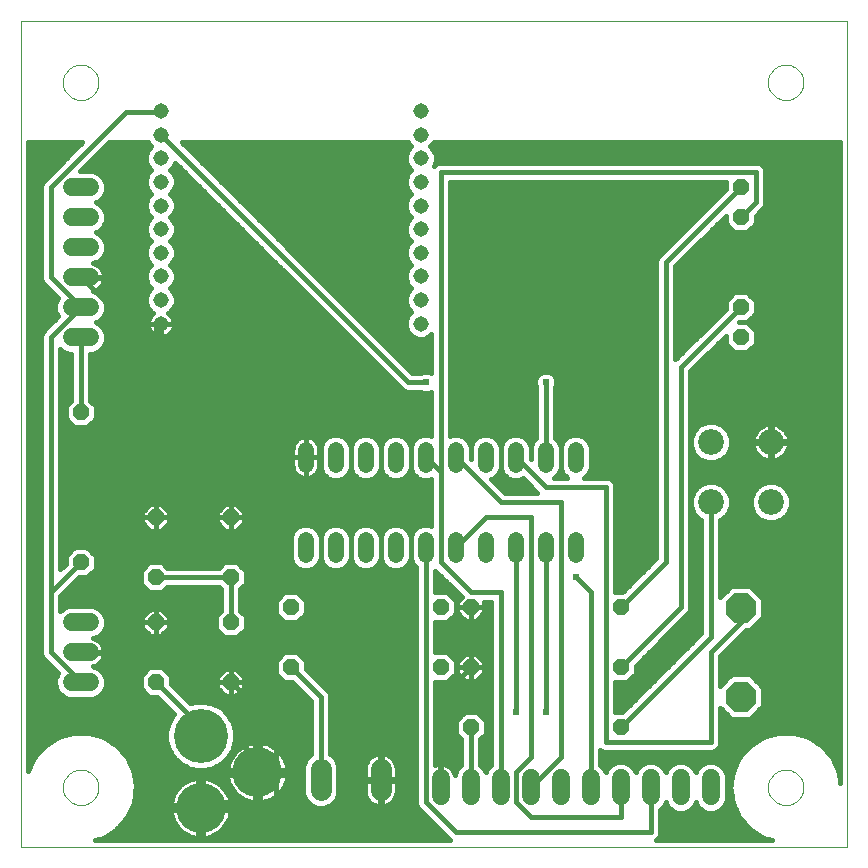
<source format=gtl>
G75*
%MOIN*%
%OFA0B0*%
%FSLAX24Y24*%
%IPPOS*%
%LPD*%
%AMOC8*
5,1,8,0,0,1.08239X$1,22.5*
%
%ADD10C,0.0000*%
%ADD11C,0.0520*%
%ADD12C,0.0515*%
%ADD13OC8,0.0520*%
%ADD14C,0.0600*%
%ADD15C,0.1800*%
%ADD16C,0.1660*%
%ADD17OC8,0.1000*%
%ADD18C,0.0705*%
%ADD19C,0.0860*%
%ADD20C,0.0160*%
%ADD21R,0.0356X0.0356*%
%ADD22C,0.0240*%
D10*
X000300Y000180D02*
X000300Y027739D01*
X027859Y027739D01*
X027859Y000180D01*
X000300Y000180D01*
X001709Y002180D02*
X001711Y002228D01*
X001717Y002276D01*
X001727Y002323D01*
X001740Y002369D01*
X001758Y002414D01*
X001778Y002458D01*
X001803Y002500D01*
X001831Y002539D01*
X001861Y002576D01*
X001895Y002610D01*
X001932Y002642D01*
X001970Y002671D01*
X002011Y002696D01*
X002054Y002718D01*
X002099Y002736D01*
X002145Y002750D01*
X002192Y002761D01*
X002240Y002768D01*
X002288Y002771D01*
X002336Y002770D01*
X002384Y002765D01*
X002432Y002756D01*
X002478Y002744D01*
X002523Y002727D01*
X002567Y002707D01*
X002609Y002684D01*
X002649Y002657D01*
X002687Y002627D01*
X002722Y002594D01*
X002754Y002558D01*
X002784Y002520D01*
X002810Y002479D01*
X002832Y002436D01*
X002852Y002392D01*
X002867Y002347D01*
X002879Y002300D01*
X002887Y002252D01*
X002891Y002204D01*
X002891Y002156D01*
X002887Y002108D01*
X002879Y002060D01*
X002867Y002013D01*
X002852Y001968D01*
X002832Y001924D01*
X002810Y001881D01*
X002784Y001840D01*
X002754Y001802D01*
X002722Y001766D01*
X002687Y001733D01*
X002649Y001703D01*
X002609Y001676D01*
X002567Y001653D01*
X002523Y001633D01*
X002478Y001616D01*
X002432Y001604D01*
X002384Y001595D01*
X002336Y001590D01*
X002288Y001589D01*
X002240Y001592D01*
X002192Y001599D01*
X002145Y001610D01*
X002099Y001624D01*
X002054Y001642D01*
X002011Y001664D01*
X001970Y001689D01*
X001932Y001718D01*
X001895Y001750D01*
X001861Y001784D01*
X001831Y001821D01*
X001803Y001860D01*
X001778Y001902D01*
X001758Y001946D01*
X001740Y001991D01*
X001727Y002037D01*
X001717Y002084D01*
X001711Y002132D01*
X001709Y002180D01*
X001709Y025680D02*
X001711Y025728D01*
X001717Y025776D01*
X001727Y025823D01*
X001740Y025869D01*
X001758Y025914D01*
X001778Y025958D01*
X001803Y026000D01*
X001831Y026039D01*
X001861Y026076D01*
X001895Y026110D01*
X001932Y026142D01*
X001970Y026171D01*
X002011Y026196D01*
X002054Y026218D01*
X002099Y026236D01*
X002145Y026250D01*
X002192Y026261D01*
X002240Y026268D01*
X002288Y026271D01*
X002336Y026270D01*
X002384Y026265D01*
X002432Y026256D01*
X002478Y026244D01*
X002523Y026227D01*
X002567Y026207D01*
X002609Y026184D01*
X002649Y026157D01*
X002687Y026127D01*
X002722Y026094D01*
X002754Y026058D01*
X002784Y026020D01*
X002810Y025979D01*
X002832Y025936D01*
X002852Y025892D01*
X002867Y025847D01*
X002879Y025800D01*
X002887Y025752D01*
X002891Y025704D01*
X002891Y025656D01*
X002887Y025608D01*
X002879Y025560D01*
X002867Y025513D01*
X002852Y025468D01*
X002832Y025424D01*
X002810Y025381D01*
X002784Y025340D01*
X002754Y025302D01*
X002722Y025266D01*
X002687Y025233D01*
X002649Y025203D01*
X002609Y025176D01*
X002567Y025153D01*
X002523Y025133D01*
X002478Y025116D01*
X002432Y025104D01*
X002384Y025095D01*
X002336Y025090D01*
X002288Y025089D01*
X002240Y025092D01*
X002192Y025099D01*
X002145Y025110D01*
X002099Y025124D01*
X002054Y025142D01*
X002011Y025164D01*
X001970Y025189D01*
X001932Y025218D01*
X001895Y025250D01*
X001861Y025284D01*
X001831Y025321D01*
X001803Y025360D01*
X001778Y025402D01*
X001758Y025446D01*
X001740Y025491D01*
X001727Y025537D01*
X001717Y025584D01*
X001711Y025632D01*
X001709Y025680D01*
X025209Y025680D02*
X025211Y025728D01*
X025217Y025776D01*
X025227Y025823D01*
X025240Y025869D01*
X025258Y025914D01*
X025278Y025958D01*
X025303Y026000D01*
X025331Y026039D01*
X025361Y026076D01*
X025395Y026110D01*
X025432Y026142D01*
X025470Y026171D01*
X025511Y026196D01*
X025554Y026218D01*
X025599Y026236D01*
X025645Y026250D01*
X025692Y026261D01*
X025740Y026268D01*
X025788Y026271D01*
X025836Y026270D01*
X025884Y026265D01*
X025932Y026256D01*
X025978Y026244D01*
X026023Y026227D01*
X026067Y026207D01*
X026109Y026184D01*
X026149Y026157D01*
X026187Y026127D01*
X026222Y026094D01*
X026254Y026058D01*
X026284Y026020D01*
X026310Y025979D01*
X026332Y025936D01*
X026352Y025892D01*
X026367Y025847D01*
X026379Y025800D01*
X026387Y025752D01*
X026391Y025704D01*
X026391Y025656D01*
X026387Y025608D01*
X026379Y025560D01*
X026367Y025513D01*
X026352Y025468D01*
X026332Y025424D01*
X026310Y025381D01*
X026284Y025340D01*
X026254Y025302D01*
X026222Y025266D01*
X026187Y025233D01*
X026149Y025203D01*
X026109Y025176D01*
X026067Y025153D01*
X026023Y025133D01*
X025978Y025116D01*
X025932Y025104D01*
X025884Y025095D01*
X025836Y025090D01*
X025788Y025089D01*
X025740Y025092D01*
X025692Y025099D01*
X025645Y025110D01*
X025599Y025124D01*
X025554Y025142D01*
X025511Y025164D01*
X025470Y025189D01*
X025432Y025218D01*
X025395Y025250D01*
X025361Y025284D01*
X025331Y025321D01*
X025303Y025360D01*
X025278Y025402D01*
X025258Y025446D01*
X025240Y025491D01*
X025227Y025537D01*
X025217Y025584D01*
X025211Y025632D01*
X025209Y025680D01*
X025209Y002180D02*
X025211Y002228D01*
X025217Y002276D01*
X025227Y002323D01*
X025240Y002369D01*
X025258Y002414D01*
X025278Y002458D01*
X025303Y002500D01*
X025331Y002539D01*
X025361Y002576D01*
X025395Y002610D01*
X025432Y002642D01*
X025470Y002671D01*
X025511Y002696D01*
X025554Y002718D01*
X025599Y002736D01*
X025645Y002750D01*
X025692Y002761D01*
X025740Y002768D01*
X025788Y002771D01*
X025836Y002770D01*
X025884Y002765D01*
X025932Y002756D01*
X025978Y002744D01*
X026023Y002727D01*
X026067Y002707D01*
X026109Y002684D01*
X026149Y002657D01*
X026187Y002627D01*
X026222Y002594D01*
X026254Y002558D01*
X026284Y002520D01*
X026310Y002479D01*
X026332Y002436D01*
X026352Y002392D01*
X026367Y002347D01*
X026379Y002300D01*
X026387Y002252D01*
X026391Y002204D01*
X026391Y002156D01*
X026387Y002108D01*
X026379Y002060D01*
X026367Y002013D01*
X026352Y001968D01*
X026332Y001924D01*
X026310Y001881D01*
X026284Y001840D01*
X026254Y001802D01*
X026222Y001766D01*
X026187Y001733D01*
X026149Y001703D01*
X026109Y001676D01*
X026067Y001653D01*
X026023Y001633D01*
X025978Y001616D01*
X025932Y001604D01*
X025884Y001595D01*
X025836Y001590D01*
X025788Y001589D01*
X025740Y001592D01*
X025692Y001599D01*
X025645Y001610D01*
X025599Y001624D01*
X025554Y001642D01*
X025511Y001664D01*
X025470Y001689D01*
X025432Y001718D01*
X025395Y001750D01*
X025361Y001784D01*
X025331Y001821D01*
X025303Y001860D01*
X025278Y001902D01*
X025258Y001946D01*
X025240Y001991D01*
X025227Y002037D01*
X025217Y002084D01*
X025211Y002132D01*
X025209Y002180D01*
D11*
X018800Y009920D02*
X018800Y010440D01*
X017800Y010440D02*
X017800Y009920D01*
X016800Y009920D02*
X016800Y010440D01*
X015800Y010440D02*
X015800Y009920D01*
X014800Y009920D02*
X014800Y010440D01*
X013800Y010440D02*
X013800Y009920D01*
X012800Y009920D02*
X012800Y010440D01*
X011800Y010440D02*
X011800Y009920D01*
X010800Y009920D02*
X010800Y010440D01*
X009800Y010440D02*
X009800Y009920D01*
X009800Y012920D02*
X009800Y013440D01*
X010800Y013440D02*
X010800Y012920D01*
X011800Y012920D02*
X011800Y013440D01*
X012800Y013440D02*
X012800Y012920D01*
X013800Y012920D02*
X013800Y013440D01*
X014800Y013440D02*
X014800Y012920D01*
X015800Y012920D02*
X015800Y013440D01*
X016800Y013440D02*
X016800Y012920D01*
X017800Y012920D02*
X017800Y013440D01*
X018800Y013440D02*
X018800Y012920D01*
D12*
X013631Y017637D03*
X013631Y018424D03*
X013631Y019211D03*
X013631Y019999D03*
X013631Y020786D03*
X013631Y021574D03*
X013631Y022361D03*
X013631Y023149D03*
X013631Y023936D03*
X013631Y024723D03*
X004969Y024723D03*
X004969Y023936D03*
X004969Y023149D03*
X004969Y022361D03*
X004969Y021574D03*
X004969Y020786D03*
X004969Y019999D03*
X004969Y019211D03*
X004969Y018424D03*
X004969Y017637D03*
D13*
X002300Y014680D03*
X004800Y011180D03*
X004800Y009180D03*
X004800Y007680D03*
X004800Y005680D03*
X007300Y005680D03*
X007300Y007680D03*
X007300Y009180D03*
X007300Y011180D03*
X009300Y008180D03*
X009300Y006180D03*
X014300Y006180D03*
X015300Y006180D03*
X015300Y004180D03*
X015300Y008180D03*
X014300Y008180D03*
X020300Y008180D03*
X020300Y006180D03*
X020300Y004180D03*
X024300Y017180D03*
X024300Y018180D03*
X024300Y021180D03*
X024300Y022180D03*
X002300Y009680D03*
D14*
X002000Y007680D02*
X002600Y007680D01*
X002600Y006680D02*
X002000Y006680D01*
X002000Y005680D02*
X002600Y005680D01*
X002600Y017180D02*
X002000Y017180D01*
X002000Y018180D02*
X002600Y018180D01*
X002600Y019180D02*
X002000Y019180D01*
X002000Y020180D02*
X002600Y020180D01*
X002600Y021180D02*
X002000Y021180D01*
X002000Y022180D02*
X002600Y022180D01*
X014300Y002480D02*
X014300Y001880D01*
X015300Y001880D02*
X015300Y002480D01*
X016300Y002480D02*
X016300Y001880D01*
X017300Y001880D02*
X017300Y002480D01*
X018300Y002480D02*
X018300Y001880D01*
X019300Y001880D02*
X019300Y002480D01*
X020300Y002480D02*
X020300Y001880D01*
X021300Y001880D02*
X021300Y002480D01*
X022300Y002480D02*
X022300Y001880D01*
X023300Y001880D02*
X023300Y002480D01*
D15*
X006300Y003900D03*
D16*
X008190Y002680D03*
X006300Y001499D03*
D17*
X024300Y005203D03*
X024300Y008157D03*
D18*
X012300Y002783D02*
X012300Y002078D01*
X010300Y002078D02*
X010300Y002783D01*
D19*
X023300Y011680D03*
X025300Y011680D03*
X025300Y013680D03*
X023300Y013680D03*
D20*
X022800Y014128D02*
X022620Y014128D01*
X022732Y014060D02*
X022630Y013813D01*
X022630Y013547D01*
X022732Y013300D01*
X022920Y013112D01*
X023167Y013010D01*
X023433Y013010D01*
X023680Y013112D01*
X023868Y013300D01*
X023970Y013547D01*
X023970Y013813D01*
X023868Y014060D01*
X023680Y014248D01*
X023433Y014350D01*
X023167Y014350D01*
X022920Y014248D01*
X022732Y014060D01*
X022695Y013970D02*
X022620Y013970D01*
X022620Y013811D02*
X022630Y013811D01*
X022620Y013653D02*
X022630Y013653D01*
X022620Y013494D02*
X022652Y013494D01*
X022620Y013336D02*
X022717Y013336D01*
X022620Y013177D02*
X022855Y013177D01*
X022620Y013019D02*
X023146Y013019D01*
X023454Y013019D02*
X027619Y013019D01*
X027619Y013177D02*
X025646Y013177D01*
X025620Y013158D02*
X025697Y013215D01*
X025765Y013283D01*
X025822Y013360D01*
X025865Y013446D01*
X025895Y013537D01*
X025910Y013632D01*
X025910Y013652D01*
X025328Y013652D01*
X025328Y013708D01*
X025910Y013708D01*
X025910Y013728D01*
X025895Y013823D01*
X025865Y013914D01*
X025822Y014000D01*
X025765Y014077D01*
X025697Y014145D01*
X025620Y014202D01*
X025534Y014245D01*
X025443Y014275D01*
X025348Y014290D01*
X025328Y014290D01*
X025328Y013708D01*
X025272Y013708D01*
X025272Y013652D01*
X025328Y013652D01*
X025328Y013070D01*
X025348Y013070D01*
X025443Y013085D01*
X025534Y013115D01*
X025620Y013158D01*
X025804Y013336D02*
X027619Y013336D01*
X027619Y013494D02*
X025881Y013494D01*
X025897Y013811D02*
X027619Y013811D01*
X027619Y013653D02*
X025328Y013653D01*
X025272Y013653D02*
X023970Y013653D01*
X023970Y013811D02*
X024703Y013811D01*
X024705Y013823D02*
X024690Y013728D01*
X024690Y013708D01*
X025272Y013708D01*
X025272Y014290D01*
X025252Y014290D01*
X025157Y014275D01*
X025066Y014245D01*
X024980Y014202D01*
X024903Y014145D01*
X024835Y014077D01*
X024778Y014000D01*
X024735Y013914D01*
X024705Y013823D01*
X024763Y013970D02*
X023905Y013970D01*
X023799Y014128D02*
X024885Y014128D01*
X025230Y014287D02*
X023587Y014287D01*
X023013Y014287D02*
X022620Y014287D01*
X022620Y014445D02*
X027619Y014445D01*
X027619Y014287D02*
X025370Y014287D01*
X025328Y014287D02*
X025272Y014287D01*
X025272Y014128D02*
X025328Y014128D01*
X025328Y013970D02*
X025272Y013970D01*
X025272Y013811D02*
X025328Y013811D01*
X025272Y013652D02*
X024690Y013652D01*
X024690Y013632D01*
X024705Y013537D01*
X024735Y013446D01*
X024778Y013360D01*
X024835Y013283D01*
X024903Y013215D01*
X024980Y013158D01*
X025066Y013115D01*
X025157Y013085D01*
X025252Y013070D01*
X025272Y013070D01*
X025272Y013652D01*
X025272Y013494D02*
X025328Y013494D01*
X025328Y013336D02*
X025272Y013336D01*
X025272Y013177D02*
X025328Y013177D01*
X024954Y013177D02*
X023745Y013177D01*
X023883Y013336D02*
X024796Y013336D01*
X024719Y013494D02*
X023948Y013494D01*
X023433Y012350D02*
X023167Y012350D01*
X022920Y012248D01*
X022732Y012060D01*
X022630Y011813D01*
X022630Y011547D01*
X022732Y011300D01*
X022920Y011112D01*
X022980Y011087D01*
X022980Y007313D01*
X020347Y004680D01*
X020120Y004680D01*
X020120Y005680D01*
X020507Y005680D01*
X020800Y005973D01*
X020800Y006227D01*
X022481Y007909D01*
X022571Y007999D01*
X022620Y008116D01*
X022620Y016047D01*
X023800Y017227D01*
X023800Y016973D01*
X024093Y016680D01*
X024507Y016680D01*
X024800Y016973D01*
X024800Y017387D01*
X024507Y017680D01*
X024800Y017973D01*
X024800Y018387D01*
X024507Y018680D01*
X024093Y018680D01*
X023800Y018387D01*
X023800Y018133D01*
X022120Y016453D01*
X022120Y019547D01*
X023800Y021227D01*
X023800Y020973D01*
X024093Y020680D01*
X024507Y020680D01*
X024800Y020973D01*
X024800Y021227D01*
X024981Y021409D01*
X025071Y021499D01*
X025120Y021616D01*
X025120Y022744D01*
X025071Y022861D01*
X024981Y022951D01*
X024864Y023000D01*
X014236Y023000D01*
X014119Y022951D01*
X014065Y022898D01*
X014128Y023050D01*
X014128Y023247D01*
X014052Y023430D01*
X013941Y023542D01*
X014052Y023654D01*
X014063Y023680D01*
X027619Y023680D01*
X027619Y002325D01*
X027565Y002698D01*
X027348Y003175D01*
X027005Y003571D01*
X026564Y003854D01*
X026062Y004001D01*
X025538Y004001D01*
X025036Y003854D01*
X025036Y003854D01*
X024595Y003571D01*
X024595Y003571D01*
X024595Y003571D01*
X024252Y003175D01*
X024035Y002698D01*
X023960Y002180D01*
X023960Y002180D01*
X024035Y001662D01*
X024035Y001662D01*
X024252Y001185D01*
X024595Y000789D01*
X024595Y000789D01*
X025036Y000506D01*
X025329Y000420D01*
X021493Y000420D01*
X021571Y000499D01*
X021620Y000616D01*
X021620Y001436D01*
X021758Y001574D01*
X021800Y001676D01*
X021842Y001574D01*
X021994Y001422D01*
X022193Y001340D01*
X022407Y001340D01*
X022606Y001422D01*
X022758Y001574D01*
X022800Y001676D01*
X022842Y001574D01*
X022994Y001422D01*
X023193Y001340D01*
X023407Y001340D01*
X023606Y001422D01*
X023758Y001574D01*
X023840Y001773D01*
X023840Y002587D01*
X023758Y002786D01*
X023606Y002938D01*
X023407Y003020D01*
X023193Y003020D01*
X022994Y002938D01*
X022842Y002786D01*
X022800Y002684D01*
X022758Y002786D01*
X022606Y002938D01*
X022407Y003020D01*
X022193Y003020D01*
X021994Y002938D01*
X021842Y002786D01*
X021800Y002684D01*
X021758Y002786D01*
X021606Y002938D01*
X021407Y003020D01*
X021193Y003020D01*
X020994Y002938D01*
X020842Y002786D01*
X020800Y002684D01*
X020758Y002786D01*
X020606Y002938D01*
X020407Y003020D01*
X020193Y003020D01*
X019994Y002938D01*
X019842Y002786D01*
X019800Y002684D01*
X019758Y002786D01*
X019620Y002924D01*
X019620Y003408D01*
X019736Y003360D01*
X023364Y003360D01*
X023481Y003409D01*
X023571Y003499D01*
X023620Y003616D01*
X023620Y004837D01*
X023993Y004463D01*
X024607Y004463D01*
X025040Y004897D01*
X025040Y005510D01*
X024607Y005943D01*
X023993Y005943D01*
X023620Y005570D01*
X023620Y006547D01*
X024481Y007409D01*
X024489Y007417D01*
X024607Y007417D01*
X025040Y007850D01*
X025040Y008463D01*
X024607Y008897D01*
X023993Y008897D01*
X023620Y008523D01*
X023620Y011087D01*
X023680Y011112D01*
X023868Y011300D01*
X023970Y011547D01*
X023970Y011813D01*
X023868Y012060D01*
X023680Y012248D01*
X023433Y012350D01*
X023702Y012226D02*
X024898Y012226D01*
X024920Y012248D02*
X024732Y012060D01*
X024630Y011813D01*
X024630Y011547D01*
X024732Y011300D01*
X024920Y011112D01*
X025167Y011010D01*
X025433Y011010D01*
X025680Y011112D01*
X025868Y011300D01*
X025970Y011547D01*
X025970Y011813D01*
X025868Y012060D01*
X025680Y012248D01*
X025433Y012350D01*
X025167Y012350D01*
X024920Y012248D01*
X024740Y012068D02*
X023860Y012068D01*
X023930Y011909D02*
X024670Y011909D01*
X024630Y011751D02*
X023970Y011751D01*
X023970Y011592D02*
X024630Y011592D01*
X024677Y011434D02*
X023923Y011434D01*
X023843Y011275D02*
X024757Y011275D01*
X024916Y011117D02*
X023684Y011117D01*
X023620Y010958D02*
X027619Y010958D01*
X027619Y010800D02*
X023620Y010800D01*
X023620Y010641D02*
X027619Y010641D01*
X027619Y010483D02*
X023620Y010483D01*
X023620Y010324D02*
X027619Y010324D01*
X027619Y010166D02*
X023620Y010166D01*
X023620Y010007D02*
X027619Y010007D01*
X027619Y009849D02*
X023620Y009849D01*
X023620Y009690D02*
X027619Y009690D01*
X027619Y009532D02*
X023620Y009532D01*
X023620Y009373D02*
X027619Y009373D01*
X027619Y009215D02*
X023620Y009215D01*
X023620Y009056D02*
X027619Y009056D01*
X027619Y008898D02*
X023620Y008898D01*
X023620Y008739D02*
X023836Y008739D01*
X023677Y008581D02*
X023620Y008581D01*
X022980Y008581D02*
X022620Y008581D01*
X022620Y008739D02*
X022980Y008739D01*
X022980Y008898D02*
X022620Y008898D01*
X022620Y009056D02*
X022980Y009056D01*
X022980Y009215D02*
X022620Y009215D01*
X022620Y009373D02*
X022980Y009373D01*
X022980Y009532D02*
X022620Y009532D01*
X022620Y009690D02*
X022980Y009690D01*
X022980Y009849D02*
X022620Y009849D01*
X022620Y010007D02*
X022980Y010007D01*
X022980Y010166D02*
X022620Y010166D01*
X022620Y010324D02*
X022980Y010324D01*
X022980Y010483D02*
X022620Y010483D01*
X022620Y010641D02*
X022980Y010641D01*
X022980Y010800D02*
X022620Y010800D01*
X022620Y010958D02*
X022980Y010958D01*
X022916Y011117D02*
X022620Y011117D01*
X022620Y011275D02*
X022757Y011275D01*
X022677Y011434D02*
X022620Y011434D01*
X022620Y011592D02*
X022630Y011592D01*
X022620Y011751D02*
X022630Y011751D01*
X022620Y011909D02*
X022670Y011909D01*
X022620Y012068D02*
X022740Y012068D01*
X022620Y012226D02*
X022898Y012226D01*
X022620Y012385D02*
X027619Y012385D01*
X027619Y012543D02*
X022620Y012543D01*
X022620Y012702D02*
X027619Y012702D01*
X027619Y012860D02*
X022620Y012860D01*
X021480Y012860D02*
X019300Y012860D01*
X019300Y012821D02*
X019300Y013539D01*
X019224Y013723D01*
X019083Y013864D01*
X018899Y013940D01*
X018701Y013940D01*
X018517Y013864D01*
X018376Y013723D01*
X018300Y013539D01*
X018224Y013723D01*
X018120Y013827D01*
X018120Y015512D01*
X018160Y015608D01*
X018160Y015752D01*
X018105Y015884D01*
X018004Y015985D01*
X017872Y016040D01*
X017728Y016040D01*
X017596Y015985D01*
X017495Y015884D01*
X017440Y015752D01*
X017440Y015608D01*
X017480Y015512D01*
X017480Y013827D01*
X017376Y013723D01*
X017300Y013539D01*
X017224Y013723D01*
X017083Y013864D01*
X016899Y013940D01*
X016701Y013940D01*
X016517Y013864D01*
X016376Y013723D01*
X016300Y013539D01*
X016224Y013723D01*
X016083Y013864D01*
X015899Y013940D01*
X015701Y013940D01*
X015517Y013864D01*
X015376Y013723D01*
X015300Y013539D01*
X015224Y013723D01*
X015083Y013864D01*
X014899Y013940D01*
X014701Y013940D01*
X014620Y013907D01*
X014620Y022360D01*
X023800Y022360D01*
X023800Y022133D01*
X021529Y019861D01*
X021480Y019744D01*
X021480Y019616D01*
X021480Y009813D01*
X020347Y008680D01*
X020120Y008680D01*
X020120Y012244D01*
X020071Y012361D01*
X019981Y012451D01*
X019864Y012500D01*
X019087Y012500D01*
X019224Y012637D01*
X019300Y012821D01*
X019251Y012702D02*
X021480Y012702D01*
X021480Y012543D02*
X019130Y012543D01*
X019300Y013019D02*
X021480Y013019D01*
X021480Y013177D02*
X019300Y013177D01*
X019300Y013336D02*
X021480Y013336D01*
X021480Y013494D02*
X019300Y013494D01*
X019253Y013653D02*
X021480Y013653D01*
X021480Y013811D02*
X019136Y013811D01*
X018464Y013811D02*
X018136Y013811D01*
X018120Y013970D02*
X021480Y013970D01*
X021480Y014128D02*
X018120Y014128D01*
X018120Y014287D02*
X021480Y014287D01*
X021480Y014445D02*
X018120Y014445D01*
X018120Y014604D02*
X021480Y014604D01*
X021480Y014762D02*
X018120Y014762D01*
X018120Y014921D02*
X021480Y014921D01*
X021480Y015079D02*
X018120Y015079D01*
X018120Y015238D02*
X021480Y015238D01*
X021480Y015396D02*
X018120Y015396D01*
X018138Y015555D02*
X021480Y015555D01*
X021480Y015713D02*
X018160Y015713D01*
X018110Y015872D02*
X021480Y015872D01*
X021480Y016030D02*
X017896Y016030D01*
X017704Y016030D02*
X014620Y016030D01*
X014620Y015872D02*
X017490Y015872D01*
X017440Y015713D02*
X014620Y015713D01*
X014620Y015555D02*
X017462Y015555D01*
X017480Y015396D02*
X014620Y015396D01*
X014620Y015238D02*
X017480Y015238D01*
X017480Y015079D02*
X014620Y015079D01*
X014620Y014921D02*
X017480Y014921D01*
X017480Y014762D02*
X014620Y014762D01*
X014620Y014604D02*
X017480Y014604D01*
X017480Y014445D02*
X014620Y014445D01*
X014620Y014287D02*
X017480Y014287D01*
X017480Y014128D02*
X014620Y014128D01*
X014620Y013970D02*
X017480Y013970D01*
X017464Y013811D02*
X017136Y013811D01*
X017253Y013653D02*
X017347Y013653D01*
X017300Y013539D02*
X017300Y013133D01*
X017300Y013133D01*
X017300Y013539D01*
X017300Y013494D02*
X017300Y013494D01*
X017300Y013336D02*
X017300Y013336D01*
X017300Y013177D02*
X017300Y013177D01*
X016800Y013180D02*
X017800Y012180D01*
X019800Y012180D01*
X019800Y003680D01*
X023300Y003680D01*
X023300Y006680D01*
X024300Y007680D01*
X024300Y008157D01*
X024819Y007630D02*
X027619Y007630D01*
X027619Y007788D02*
X024978Y007788D01*
X025040Y007947D02*
X027619Y007947D01*
X027619Y008105D02*
X025040Y008105D01*
X025040Y008264D02*
X027619Y008264D01*
X027619Y008422D02*
X025040Y008422D01*
X024923Y008581D02*
X027619Y008581D01*
X027619Y008739D02*
X024764Y008739D01*
X024661Y007471D02*
X027619Y007471D01*
X027619Y007313D02*
X024385Y007313D01*
X024227Y007154D02*
X027619Y007154D01*
X027619Y006996D02*
X024068Y006996D01*
X023910Y006837D02*
X027619Y006837D01*
X027619Y006679D02*
X023751Y006679D01*
X023620Y006520D02*
X027619Y006520D01*
X027619Y006362D02*
X023620Y006362D01*
X023620Y006203D02*
X027619Y006203D01*
X027619Y006045D02*
X023620Y006045D01*
X023620Y005886D02*
X023936Y005886D01*
X023778Y005728D02*
X023620Y005728D01*
X023620Y004777D02*
X023680Y004777D01*
X023620Y004618D02*
X023839Y004618D01*
X023620Y004460D02*
X027619Y004460D01*
X027619Y004618D02*
X024761Y004618D01*
X024920Y004777D02*
X027619Y004777D01*
X027619Y004935D02*
X025040Y004935D01*
X025040Y005094D02*
X027619Y005094D01*
X027619Y005252D02*
X025040Y005252D01*
X025040Y005411D02*
X027619Y005411D01*
X027619Y005569D02*
X024981Y005569D01*
X024822Y005728D02*
X027619Y005728D01*
X027619Y005886D02*
X024664Y005886D01*
X023300Y007180D02*
X023300Y011680D01*
X021480Y011751D02*
X020120Y011751D01*
X020120Y011909D02*
X021480Y011909D01*
X021480Y012068D02*
X020120Y012068D01*
X020120Y012226D02*
X021480Y012226D01*
X021480Y012385D02*
X020048Y012385D01*
X020120Y011592D02*
X021480Y011592D01*
X021480Y011434D02*
X020120Y011434D01*
X020120Y011275D02*
X021480Y011275D01*
X021480Y011117D02*
X020120Y011117D01*
X020120Y010958D02*
X021480Y010958D01*
X021480Y010800D02*
X020120Y010800D01*
X020120Y010641D02*
X021480Y010641D01*
X021480Y010483D02*
X020120Y010483D01*
X020120Y010324D02*
X021480Y010324D01*
X021480Y010166D02*
X020120Y010166D01*
X020120Y010007D02*
X021480Y010007D01*
X021480Y009849D02*
X020120Y009849D01*
X020120Y009690D02*
X021357Y009690D01*
X021199Y009532D02*
X020120Y009532D01*
X020120Y009373D02*
X021040Y009373D01*
X020882Y009215D02*
X020120Y009215D01*
X020120Y009056D02*
X020723Y009056D01*
X020565Y008898D02*
X020120Y008898D01*
X020120Y008739D02*
X020406Y008739D01*
X020300Y008180D02*
X021800Y009680D01*
X021800Y019680D01*
X024300Y022180D01*
X023800Y022212D02*
X014620Y022212D01*
X014620Y022053D02*
X023720Y022053D01*
X023562Y021895D02*
X014620Y021895D01*
X014620Y021736D02*
X023403Y021736D01*
X023245Y021578D02*
X014620Y021578D01*
X014620Y021419D02*
X023086Y021419D01*
X022928Y021261D02*
X014620Y021261D01*
X014620Y021102D02*
X022769Y021102D01*
X022611Y020944D02*
X014620Y020944D01*
X014620Y020785D02*
X022452Y020785D01*
X022294Y020627D02*
X014620Y020627D01*
X014620Y020468D02*
X022135Y020468D01*
X021977Y020310D02*
X014620Y020310D01*
X014620Y020151D02*
X021818Y020151D01*
X021660Y019993D02*
X014620Y019993D01*
X014620Y019834D02*
X021517Y019834D01*
X021480Y019676D02*
X014620Y019676D01*
X014620Y019517D02*
X021480Y019517D01*
X021480Y019359D02*
X014620Y019359D01*
X014620Y019200D02*
X021480Y019200D01*
X021480Y019042D02*
X014620Y019042D01*
X014620Y018883D02*
X021480Y018883D01*
X021480Y018725D02*
X014620Y018725D01*
X014620Y018566D02*
X021480Y018566D01*
X021480Y018408D02*
X014620Y018408D01*
X014620Y018249D02*
X021480Y018249D01*
X021480Y018091D02*
X014620Y018091D01*
X014620Y017932D02*
X021480Y017932D01*
X021480Y017774D02*
X014620Y017774D01*
X014620Y017615D02*
X021480Y017615D01*
X021480Y017457D02*
X014620Y017457D01*
X014620Y017298D02*
X021480Y017298D01*
X021480Y017140D02*
X014620Y017140D01*
X014620Y016981D02*
X021480Y016981D01*
X021480Y016823D02*
X014620Y016823D01*
X014620Y016664D02*
X021480Y016664D01*
X021480Y016506D02*
X014620Y016506D01*
X014620Y016347D02*
X021480Y016347D01*
X021480Y016189D02*
X014620Y016189D01*
X013980Y016189D02*
X013169Y016189D01*
X013011Y016347D02*
X013980Y016347D01*
X013980Y016506D02*
X012852Y016506D01*
X012694Y016664D02*
X013980Y016664D01*
X013980Y016823D02*
X012535Y016823D01*
X012377Y016981D02*
X013980Y016981D01*
X013980Y017140D02*
X013730Y017140D01*
X013730Y017139D02*
X013913Y017215D01*
X013980Y017282D01*
X013980Y015995D01*
X013872Y016040D01*
X013728Y016040D01*
X013632Y016000D01*
X013358Y016000D01*
X005678Y023680D01*
X013198Y023680D01*
X013209Y023654D01*
X013321Y023542D01*
X013209Y023430D01*
X013133Y023247D01*
X013133Y023050D01*
X013209Y022867D01*
X013321Y022755D01*
X013209Y022643D01*
X013133Y022460D01*
X013133Y022262D01*
X013209Y022079D01*
X013321Y021967D01*
X013209Y021855D01*
X013133Y021673D01*
X013133Y021475D01*
X013209Y021292D01*
X013321Y021180D01*
X013209Y021068D01*
X013133Y020885D01*
X013133Y020687D01*
X013209Y020504D01*
X013321Y020393D01*
X013209Y020281D01*
X013133Y020098D01*
X013133Y019900D01*
X013209Y019717D01*
X013321Y019605D01*
X013209Y019493D01*
X013133Y019310D01*
X013133Y019113D01*
X013209Y018930D01*
X013321Y018818D01*
X013209Y018706D01*
X013133Y018523D01*
X013133Y018325D01*
X013209Y018142D01*
X013321Y018030D01*
X013209Y017918D01*
X013133Y017736D01*
X013133Y017538D01*
X013209Y017355D01*
X013349Y017215D01*
X013532Y017139D01*
X013730Y017139D01*
X013531Y017140D02*
X012218Y017140D01*
X012060Y017298D02*
X013266Y017298D01*
X013167Y017457D02*
X011901Y017457D01*
X011743Y017615D02*
X013133Y017615D01*
X013149Y017774D02*
X011584Y017774D01*
X011426Y017932D02*
X013223Y017932D01*
X013261Y018091D02*
X011267Y018091D01*
X011109Y018249D02*
X013165Y018249D01*
X013133Y018408D02*
X010950Y018408D01*
X010792Y018566D02*
X013151Y018566D01*
X013228Y018725D02*
X010633Y018725D01*
X010475Y018883D02*
X013256Y018883D01*
X013163Y019042D02*
X010316Y019042D01*
X010158Y019200D02*
X013133Y019200D01*
X013153Y019359D02*
X009999Y019359D01*
X009841Y019517D02*
X013233Y019517D01*
X013251Y019676D02*
X009682Y019676D01*
X009524Y019834D02*
X013161Y019834D01*
X013133Y019993D02*
X009365Y019993D01*
X009207Y020151D02*
X013155Y020151D01*
X013238Y020310D02*
X009048Y020310D01*
X008890Y020468D02*
X013245Y020468D01*
X013158Y020627D02*
X008731Y020627D01*
X008573Y020785D02*
X013133Y020785D01*
X013157Y020944D02*
X008414Y020944D01*
X008256Y021102D02*
X013243Y021102D01*
X013240Y021261D02*
X008097Y021261D01*
X007939Y021419D02*
X013156Y021419D01*
X013133Y021578D02*
X007780Y021578D01*
X007622Y021736D02*
X013159Y021736D01*
X013248Y021895D02*
X007463Y021895D01*
X007305Y022053D02*
X013235Y022053D01*
X013154Y022212D02*
X007146Y022212D01*
X006988Y022370D02*
X013133Y022370D01*
X013162Y022529D02*
X006829Y022529D01*
X006671Y022687D02*
X013253Y022687D01*
X013230Y022846D02*
X006512Y022846D01*
X006354Y023004D02*
X013152Y023004D01*
X013133Y023163D02*
X006195Y023163D01*
X006037Y023321D02*
X013164Y023321D01*
X013258Y023480D02*
X005878Y023480D01*
X005720Y023638D02*
X013225Y023638D01*
X014003Y023480D02*
X027619Y023480D01*
X027619Y023638D02*
X014036Y023638D01*
X014098Y023321D02*
X027619Y023321D01*
X027619Y023163D02*
X014128Y023163D01*
X014109Y023004D02*
X027619Y023004D01*
X027619Y022846D02*
X025078Y022846D01*
X025120Y022687D02*
X027619Y022687D01*
X027619Y022529D02*
X025120Y022529D01*
X025120Y022370D02*
X027619Y022370D01*
X027619Y022212D02*
X025120Y022212D01*
X025120Y022053D02*
X027619Y022053D01*
X027619Y021895D02*
X025120Y021895D01*
X025120Y021736D02*
X027619Y021736D01*
X027619Y021578D02*
X025104Y021578D01*
X024992Y021419D02*
X027619Y021419D01*
X027619Y021261D02*
X024833Y021261D01*
X024800Y021102D02*
X027619Y021102D01*
X027619Y020944D02*
X024771Y020944D01*
X024612Y020785D02*
X027619Y020785D01*
X027619Y020627D02*
X023199Y020627D01*
X023358Y020785D02*
X023988Y020785D01*
X023829Y020944D02*
X023516Y020944D01*
X023675Y021102D02*
X023800Y021102D01*
X024300Y021180D02*
X024800Y021680D01*
X024800Y022680D01*
X014300Y022680D01*
X014300Y012680D01*
X014300Y009680D01*
X015300Y008680D01*
X016300Y008680D01*
X016300Y002180D01*
X016800Y001680D02*
X016800Y002680D01*
X017300Y003180D01*
X017300Y011180D01*
X015800Y011180D01*
X014800Y010180D01*
X013800Y010180D02*
X013800Y001680D01*
X014800Y000680D01*
X021300Y000680D01*
X021300Y002180D01*
X020813Y002716D02*
X020787Y002716D01*
X020669Y002875D02*
X020931Y002875D01*
X021669Y002875D02*
X021931Y002875D01*
X021813Y002716D02*
X021787Y002716D01*
X022669Y002875D02*
X022931Y002875D01*
X022813Y002716D02*
X022787Y002716D01*
X023575Y003509D02*
X024541Y003509D01*
X024404Y003350D02*
X019620Y003350D01*
X019620Y003192D02*
X024267Y003192D01*
X024252Y003175D02*
X024252Y003175D01*
X024187Y003033D02*
X019620Y003033D01*
X019669Y002875D02*
X019931Y002875D01*
X019813Y002716D02*
X019787Y002716D01*
X019300Y002180D02*
X019300Y008680D01*
X018800Y009180D01*
X017800Y010180D02*
X017800Y004680D01*
X016800Y004680D02*
X016800Y010180D01*
X016300Y011680D02*
X018300Y011680D01*
X018300Y003180D01*
X017300Y002180D01*
X016800Y001680D02*
X017300Y001180D01*
X020300Y001180D01*
X020300Y002180D01*
X021632Y001448D02*
X021968Y001448D01*
X021829Y001607D02*
X021771Y001607D01*
X021620Y001290D02*
X024204Y001290D01*
X024252Y001185D02*
X024252Y001185D01*
X024299Y001131D02*
X021620Y001131D01*
X021620Y000973D02*
X024436Y000973D01*
X024574Y000814D02*
X021620Y000814D01*
X021620Y000656D02*
X024803Y000656D01*
X025036Y000506D02*
X025036Y000506D01*
X025067Y000497D02*
X021570Y000497D01*
X022632Y001448D02*
X022968Y001448D01*
X022829Y001607D02*
X022771Y001607D01*
X023632Y001448D02*
X024132Y001448D01*
X024060Y001607D02*
X023771Y001607D01*
X023837Y001765D02*
X024020Y001765D01*
X023997Y001924D02*
X023840Y001924D01*
X023840Y002082D02*
X023974Y002082D01*
X023969Y002241D02*
X023840Y002241D01*
X023840Y002399D02*
X023991Y002399D01*
X024014Y002558D02*
X023840Y002558D01*
X023787Y002716D02*
X024043Y002716D01*
X024035Y002698D02*
X024035Y002698D01*
X024115Y002875D02*
X023669Y002875D01*
X023620Y003667D02*
X024745Y003667D01*
X024992Y003826D02*
X023620Y003826D01*
X023620Y003984D02*
X025479Y003984D01*
X026121Y003984D02*
X027619Y003984D01*
X027619Y003826D02*
X026608Y003826D01*
X026564Y003854D02*
X026564Y003854D01*
X026855Y003667D02*
X027619Y003667D01*
X027619Y003509D02*
X027059Y003509D01*
X027005Y003571D02*
X027005Y003571D01*
X027196Y003350D02*
X027619Y003350D01*
X027619Y003192D02*
X027333Y003192D01*
X027348Y003175D02*
X027348Y003175D01*
X027413Y003033D02*
X027619Y003033D01*
X027619Y002875D02*
X027485Y002875D01*
X027557Y002716D02*
X027619Y002716D01*
X027565Y002698D02*
X027565Y002698D01*
X027586Y002558D02*
X027619Y002558D01*
X027609Y002399D02*
X027619Y002399D01*
X027619Y004143D02*
X023620Y004143D01*
X023620Y004301D02*
X027619Y004301D01*
X023300Y007180D02*
X020300Y004180D01*
X020444Y004777D02*
X020120Y004777D01*
X020120Y004935D02*
X020602Y004935D01*
X020761Y005094D02*
X020120Y005094D01*
X020120Y005252D02*
X020919Y005252D01*
X021078Y005411D02*
X020120Y005411D01*
X020120Y005569D02*
X021236Y005569D01*
X021395Y005728D02*
X020555Y005728D01*
X020713Y005886D02*
X021553Y005886D01*
X021712Y006045D02*
X020800Y006045D01*
X020800Y006203D02*
X021870Y006203D01*
X022029Y006362D02*
X020934Y006362D01*
X021093Y006520D02*
X022187Y006520D01*
X022346Y006679D02*
X021251Y006679D01*
X021410Y006837D02*
X022504Y006837D01*
X022663Y006996D02*
X021568Y006996D01*
X021727Y007154D02*
X022821Y007154D01*
X022980Y007313D02*
X021885Y007313D01*
X022044Y007471D02*
X022980Y007471D01*
X022980Y007630D02*
X022202Y007630D01*
X022361Y007788D02*
X022980Y007788D01*
X022980Y007947D02*
X022519Y007947D01*
X022615Y008105D02*
X022980Y008105D01*
X022980Y008264D02*
X022620Y008264D01*
X022620Y008422D02*
X022980Y008422D01*
X022300Y008180D02*
X022300Y016180D01*
X024300Y018180D01*
X023979Y018566D02*
X022120Y018566D01*
X022120Y018408D02*
X023820Y018408D01*
X023800Y018249D02*
X022120Y018249D01*
X022120Y018091D02*
X023758Y018091D01*
X023599Y017932D02*
X022120Y017932D01*
X022120Y017774D02*
X023441Y017774D01*
X023282Y017615D02*
X022120Y017615D01*
X022120Y017457D02*
X023124Y017457D01*
X022965Y017298D02*
X022120Y017298D01*
X022120Y017140D02*
X022807Y017140D01*
X022648Y016981D02*
X022120Y016981D01*
X022120Y016823D02*
X022490Y016823D01*
X022331Y016664D02*
X022120Y016664D01*
X022120Y016506D02*
X022173Y016506D01*
X022620Y016030D02*
X027619Y016030D01*
X027619Y015872D02*
X022620Y015872D01*
X022620Y015713D02*
X027619Y015713D01*
X027619Y015555D02*
X022620Y015555D01*
X022620Y015396D02*
X027619Y015396D01*
X027619Y015238D02*
X022620Y015238D01*
X022620Y015079D02*
X027619Y015079D01*
X027619Y014921D02*
X022620Y014921D01*
X022620Y014762D02*
X027619Y014762D01*
X027619Y014604D02*
X022620Y014604D01*
X022761Y016189D02*
X027619Y016189D01*
X027619Y016347D02*
X022920Y016347D01*
X023078Y016506D02*
X027619Y016506D01*
X027619Y016664D02*
X023237Y016664D01*
X023395Y016823D02*
X023950Y016823D01*
X023800Y016981D02*
X023554Y016981D01*
X023712Y017140D02*
X023800Y017140D01*
X024253Y017680D02*
X024253Y017680D01*
X024507Y017680D01*
X024253Y017680D01*
X024572Y017615D02*
X027619Y017615D01*
X027619Y017457D02*
X024731Y017457D01*
X024800Y017298D02*
X027619Y017298D01*
X027619Y017140D02*
X024800Y017140D01*
X024800Y016981D02*
X027619Y016981D01*
X027619Y016823D02*
X024650Y016823D01*
X024601Y017774D02*
X027619Y017774D01*
X027619Y017932D02*
X024759Y017932D01*
X024800Y018091D02*
X027619Y018091D01*
X027619Y018249D02*
X024800Y018249D01*
X024780Y018408D02*
X027619Y018408D01*
X027619Y018566D02*
X024621Y018566D01*
X022882Y020310D02*
X027619Y020310D01*
X027619Y020468D02*
X023041Y020468D01*
X022724Y020151D02*
X027619Y020151D01*
X027619Y019993D02*
X022565Y019993D01*
X022407Y019834D02*
X027619Y019834D01*
X027619Y019676D02*
X022248Y019676D01*
X022120Y019517D02*
X027619Y019517D01*
X027619Y019359D02*
X022120Y019359D01*
X022120Y019200D02*
X027619Y019200D01*
X027619Y019042D02*
X022120Y019042D01*
X022120Y018883D02*
X027619Y018883D01*
X027619Y018725D02*
X022120Y018725D01*
X017800Y015680D02*
X017800Y013180D01*
X018300Y013177D02*
X018300Y013177D01*
X018300Y013019D02*
X018300Y013019D01*
X018300Y012860D02*
X018300Y012860D01*
X018300Y012821D02*
X018300Y013539D01*
X018300Y012821D01*
X018224Y012637D01*
X018087Y012500D01*
X018513Y012500D01*
X018376Y012637D01*
X018300Y012821D01*
X018251Y012702D02*
X018349Y012702D01*
X018470Y012543D02*
X018130Y012543D01*
X018300Y013336D02*
X018300Y013336D01*
X018300Y013494D02*
X018300Y013494D01*
X018253Y013653D02*
X018347Y013653D01*
X017143Y012385D02*
X016048Y012385D01*
X015979Y012453D02*
X016083Y012496D01*
X016224Y012637D01*
X016300Y012821D01*
X016300Y013539D01*
X016300Y012821D01*
X016376Y012637D01*
X016517Y012496D01*
X016701Y012420D01*
X016899Y012420D01*
X017047Y012481D01*
X017527Y012000D01*
X016433Y012000D01*
X015979Y012453D01*
X016130Y012543D02*
X016470Y012543D01*
X016349Y012702D02*
X016251Y012702D01*
X016300Y012860D02*
X016300Y012860D01*
X016300Y013019D02*
X016300Y013019D01*
X016300Y013177D02*
X016300Y013177D01*
X016300Y013336D02*
X016300Y013336D01*
X016300Y013494D02*
X016300Y013494D01*
X016253Y013653D02*
X016347Y013653D01*
X016464Y013811D02*
X016136Y013811D01*
X015464Y013811D02*
X015136Y013811D01*
X015253Y013653D02*
X015347Y013653D01*
X015300Y013539D02*
X015300Y013133D01*
X015300Y013133D01*
X015300Y013539D01*
X015300Y013494D02*
X015300Y013494D01*
X015300Y013336D02*
X015300Y013336D01*
X015300Y013177D02*
X015300Y013177D01*
X014800Y013180D02*
X016300Y011680D01*
X016365Y012068D02*
X017460Y012068D01*
X017301Y012226D02*
X016207Y012226D01*
X014300Y012680D02*
X013800Y013180D01*
X013300Y013177D02*
X013300Y013177D01*
X013300Y013019D02*
X013300Y013019D01*
X013300Y012860D02*
X013300Y012860D01*
X013300Y012821D02*
X013300Y013539D01*
X013224Y013723D01*
X013083Y013864D01*
X012899Y013940D01*
X012701Y013940D01*
X012517Y013864D01*
X012376Y013723D01*
X012300Y013539D01*
X012224Y013723D01*
X012083Y013864D01*
X011899Y013940D01*
X011701Y013940D01*
X011517Y013864D01*
X011376Y013723D01*
X011300Y013539D01*
X011224Y013723D01*
X011083Y013864D01*
X010899Y013940D01*
X010701Y013940D01*
X010517Y013864D01*
X010376Y013723D01*
X010300Y013539D01*
X010300Y012821D01*
X010376Y012637D01*
X010517Y012496D01*
X010701Y012420D01*
X010899Y012420D01*
X011083Y012496D01*
X011224Y012637D01*
X011300Y012821D01*
X011300Y013539D01*
X011300Y012821D01*
X011376Y012637D01*
X011517Y012496D01*
X011701Y012420D01*
X011899Y012420D01*
X012083Y012496D01*
X012224Y012637D01*
X012300Y012821D01*
X012300Y013539D01*
X012300Y012821D01*
X012376Y012637D01*
X012517Y012496D01*
X012701Y012420D01*
X012899Y012420D01*
X013083Y012496D01*
X013224Y012637D01*
X013300Y012821D01*
X013376Y012637D01*
X013517Y012496D01*
X013701Y012420D01*
X013899Y012420D01*
X013980Y012453D01*
X013980Y010907D01*
X013899Y010940D01*
X013701Y010940D01*
X013517Y010864D01*
X013376Y010723D01*
X013300Y010539D01*
X013224Y010723D01*
X013083Y010864D01*
X012899Y010940D01*
X012701Y010940D01*
X012517Y010864D01*
X012376Y010723D01*
X012300Y010539D01*
X012300Y009821D01*
X012376Y009637D01*
X012517Y009496D01*
X012701Y009420D01*
X012899Y009420D01*
X013083Y009496D01*
X013224Y009637D01*
X013300Y009821D01*
X013300Y010539D01*
X013300Y009821D01*
X013376Y009637D01*
X013480Y009533D01*
X013480Y001616D01*
X013529Y001499D01*
X014529Y000499D01*
X014607Y000420D01*
X002771Y000420D01*
X003064Y000506D01*
X003064Y000506D01*
X003505Y000789D01*
X003505Y000789D01*
X003505Y000789D01*
X003848Y001185D01*
X003848Y001185D01*
X004065Y001662D01*
X004140Y002180D01*
X004065Y002698D01*
X003848Y003175D01*
X003505Y003571D01*
X003064Y003854D01*
X002562Y004001D01*
X002038Y004001D01*
X001536Y003854D01*
X001536Y003854D01*
X001095Y003571D01*
X001095Y003571D01*
X001095Y003571D01*
X000752Y003175D01*
X000540Y002710D01*
X000540Y023680D01*
X002347Y023680D01*
X001029Y022361D01*
X000980Y022244D01*
X000980Y019116D01*
X001029Y018999D01*
X001542Y018485D01*
X001460Y018287D01*
X001460Y018073D01*
X001542Y017875D01*
X001119Y017451D01*
X001029Y017361D01*
X000980Y017244D01*
X000980Y006616D01*
X001029Y006499D01*
X001119Y006409D01*
X001542Y005985D01*
X001460Y005787D01*
X001460Y005573D01*
X001542Y005374D01*
X001694Y005222D01*
X001893Y005140D01*
X002707Y005140D01*
X002906Y005222D01*
X003058Y005374D01*
X003140Y005573D01*
X003140Y005787D01*
X003058Y005986D01*
X002906Y006138D01*
X002721Y006215D01*
X002784Y006235D01*
X002852Y006269D01*
X002913Y006314D01*
X002966Y006367D01*
X003011Y006428D01*
X003045Y006496D01*
X003068Y006568D01*
X003080Y006642D01*
X003080Y006660D01*
X002320Y006660D01*
X002320Y006700D01*
X003080Y006700D01*
X003080Y006718D01*
X003068Y006792D01*
X003045Y006864D01*
X003011Y006932D01*
X002966Y006993D01*
X002913Y007046D01*
X002852Y007091D01*
X002784Y007125D01*
X002721Y007145D01*
X002906Y007222D01*
X003058Y007374D01*
X003140Y007573D01*
X003140Y007787D01*
X003058Y007986D01*
X002906Y008138D01*
X002707Y008220D01*
X001893Y008220D01*
X001694Y008138D01*
X001620Y008064D01*
X001620Y008547D01*
X002253Y009180D01*
X002507Y009180D01*
X002800Y009473D01*
X002800Y009887D01*
X002507Y010180D01*
X002093Y010180D01*
X001800Y009887D01*
X001800Y009633D01*
X001620Y009453D01*
X001620Y016796D01*
X001694Y016722D01*
X001893Y016640D01*
X001980Y016640D01*
X001980Y015067D01*
X001800Y014887D01*
X001800Y014473D01*
X002093Y014180D01*
X002507Y014180D01*
X002800Y014473D01*
X002800Y014887D01*
X002620Y015067D01*
X002620Y016640D01*
X002707Y016640D01*
X002906Y016722D01*
X003058Y016874D01*
X003140Y017073D01*
X003140Y017287D01*
X003058Y017486D01*
X002906Y017638D01*
X002804Y017680D01*
X002906Y017722D01*
X003058Y017874D01*
X003140Y018073D01*
X003140Y018287D01*
X003058Y018486D01*
X002906Y018638D01*
X002721Y018715D01*
X002784Y018735D01*
X002852Y018769D01*
X002913Y018814D01*
X002966Y018867D01*
X003011Y018928D01*
X003045Y018996D01*
X003068Y019068D01*
X003080Y019142D01*
X003080Y019160D01*
X002320Y019160D01*
X002320Y019200D01*
X003080Y019200D01*
X003080Y019218D01*
X003068Y019292D01*
X003045Y019364D01*
X003011Y019432D01*
X002966Y019493D01*
X002913Y019546D01*
X002852Y019591D01*
X002784Y019625D01*
X002721Y019645D01*
X002906Y019722D01*
X003058Y019874D01*
X003140Y020073D01*
X003140Y020287D01*
X003058Y020486D01*
X002906Y020638D01*
X002804Y020680D01*
X002906Y020722D01*
X003058Y020874D01*
X003140Y021073D01*
X003140Y021287D01*
X003058Y021486D01*
X002906Y021638D01*
X002804Y021680D01*
X002906Y021722D01*
X003058Y021874D01*
X003140Y022073D01*
X003140Y022287D01*
X003058Y022486D01*
X002906Y022638D01*
X002707Y022720D01*
X002293Y022720D01*
X003253Y023680D01*
X004537Y023680D01*
X004548Y023654D01*
X004659Y023542D01*
X004548Y023430D01*
X004472Y023247D01*
X004472Y023050D01*
X004548Y022867D01*
X004659Y022755D01*
X004548Y022643D01*
X004472Y022460D01*
X004472Y022262D01*
X004548Y022079D01*
X004659Y021967D01*
X004548Y021855D01*
X004472Y021673D01*
X004472Y021475D01*
X004548Y021292D01*
X004659Y021180D01*
X004548Y021068D01*
X004472Y020885D01*
X004472Y020687D01*
X004548Y020504D01*
X004659Y020393D01*
X004548Y020281D01*
X004472Y020098D01*
X004472Y019900D01*
X004548Y019717D01*
X004659Y019605D01*
X004548Y019493D01*
X004472Y019310D01*
X004472Y019113D01*
X004548Y018930D01*
X004659Y018818D01*
X004548Y018706D01*
X004472Y018523D01*
X004472Y018325D01*
X004548Y018142D01*
X004687Y018002D01*
X004713Y017992D01*
X004684Y017970D01*
X004636Y017922D01*
X004595Y017866D01*
X004564Y017805D01*
X004543Y017739D01*
X004532Y017671D01*
X004532Y017637D01*
X004969Y017637D01*
X004969Y017637D01*
X004532Y017637D01*
X004532Y017602D01*
X004543Y017534D01*
X004564Y017469D01*
X004595Y017407D01*
X004636Y017352D01*
X004684Y017303D01*
X004740Y017263D01*
X004801Y017231D01*
X004867Y017210D01*
X004935Y017199D01*
X004969Y017199D01*
X004969Y017637D01*
X004800Y017680D01*
X004800Y016680D01*
X002300Y019180D01*
X002752Y018725D02*
X004566Y018725D01*
X004594Y018883D02*
X002978Y018883D01*
X003060Y019042D02*
X004501Y019042D01*
X004472Y019200D02*
X003080Y019200D01*
X003047Y019359D02*
X004492Y019359D01*
X004571Y019517D02*
X002942Y019517D01*
X002793Y019676D02*
X004589Y019676D01*
X004499Y019834D02*
X003018Y019834D01*
X003107Y019993D02*
X004472Y019993D01*
X004494Y020151D02*
X003140Y020151D01*
X003131Y020310D02*
X004576Y020310D01*
X004584Y020468D02*
X003065Y020468D01*
X002917Y020627D02*
X004497Y020627D01*
X004472Y020785D02*
X002969Y020785D01*
X003087Y020944D02*
X004496Y020944D01*
X004581Y021102D02*
X003140Y021102D01*
X003140Y021261D02*
X004579Y021261D01*
X004495Y021419D02*
X003085Y021419D01*
X002966Y021578D02*
X004472Y021578D01*
X004498Y021736D02*
X002920Y021736D01*
X003066Y021895D02*
X004587Y021895D01*
X004574Y022053D02*
X003132Y022053D01*
X003140Y022212D02*
X004493Y022212D01*
X004472Y022370D02*
X003106Y022370D01*
X003015Y022529D02*
X004500Y022529D01*
X004592Y022687D02*
X002787Y022687D01*
X002577Y023004D02*
X004491Y023004D01*
X004472Y023163D02*
X002735Y023163D01*
X002894Y023321D02*
X004502Y023321D01*
X004597Y023480D02*
X003052Y023480D01*
X003211Y023638D02*
X004564Y023638D01*
X004969Y023936D02*
X013225Y015680D01*
X013800Y015680D01*
X013632Y015360D02*
X013728Y015320D01*
X013872Y015320D01*
X013980Y015365D01*
X013980Y013907D01*
X013899Y013940D01*
X013701Y013940D01*
X013517Y013864D01*
X013376Y013723D01*
X013300Y013539D01*
X013300Y012821D01*
X013251Y012702D02*
X013349Y012702D01*
X013470Y012543D02*
X013130Y012543D01*
X012470Y012543D02*
X012130Y012543D01*
X012251Y012702D02*
X012349Y012702D01*
X012300Y012860D02*
X012300Y012860D01*
X012300Y013019D02*
X012300Y013019D01*
X012300Y013177D02*
X012300Y013177D01*
X012300Y013336D02*
X012300Y013336D01*
X012300Y013494D02*
X012300Y013494D01*
X012253Y013653D02*
X012347Y013653D01*
X012464Y013811D02*
X012136Y013811D01*
X011464Y013811D02*
X011136Y013811D01*
X011253Y013653D02*
X011347Y013653D01*
X011300Y013494D02*
X011300Y013494D01*
X011300Y013336D02*
X011300Y013336D01*
X011300Y013177D02*
X011300Y013177D01*
X011300Y013019D02*
X011300Y013019D01*
X011300Y012860D02*
X011300Y012860D01*
X011251Y012702D02*
X011349Y012702D01*
X011470Y012543D02*
X011130Y012543D01*
X010470Y012543D02*
X010029Y012543D01*
X010031Y012544D02*
X010087Y012584D01*
X010136Y012633D01*
X010176Y012689D01*
X010208Y012751D01*
X010229Y012817D01*
X010240Y012885D01*
X010240Y013180D01*
X010240Y013475D01*
X010229Y013543D01*
X010208Y013609D01*
X010176Y013671D01*
X010136Y013727D01*
X010087Y013776D01*
X010031Y013816D01*
X009969Y013848D01*
X009903Y013869D01*
X009835Y013880D01*
X009800Y013880D01*
X009800Y013180D01*
X008800Y013180D01*
X008800Y001680D01*
X006300Y001680D01*
X006300Y001499D01*
X006380Y001448D02*
X013579Y001448D01*
X013484Y001607D02*
X012549Y001607D01*
X012579Y001622D02*
X012647Y001671D01*
X012706Y001731D01*
X012755Y001798D01*
X012793Y001873D01*
X012819Y001953D01*
X012832Y002036D01*
X012832Y002392D01*
X012338Y002392D01*
X012338Y002468D01*
X012832Y002468D01*
X012832Y002824D01*
X012819Y002907D01*
X012793Y002987D01*
X012755Y003062D01*
X012706Y003129D01*
X012647Y003189D01*
X012579Y003238D01*
X012504Y003276D01*
X012425Y003302D01*
X012342Y003315D01*
X012338Y003315D01*
X012338Y002468D01*
X012262Y002468D01*
X012262Y003315D01*
X012258Y003315D01*
X012175Y003302D01*
X012096Y003276D01*
X012021Y003238D01*
X011953Y003189D01*
X011894Y003129D01*
X011845Y003062D01*
X011807Y002987D01*
X011781Y002907D01*
X011768Y002824D01*
X011768Y002468D01*
X012262Y002468D01*
X012262Y002392D01*
X012338Y002392D01*
X012338Y001545D01*
X012342Y001545D01*
X012425Y001558D01*
X012504Y001584D01*
X012579Y001622D01*
X012731Y001765D02*
X013480Y001765D01*
X013480Y001924D02*
X012810Y001924D01*
X012832Y002082D02*
X013480Y002082D01*
X013480Y002241D02*
X012832Y002241D01*
X012832Y002558D02*
X013480Y002558D01*
X013480Y002716D02*
X012832Y002716D01*
X012825Y002875D02*
X013480Y002875D01*
X013480Y003033D02*
X012770Y003033D01*
X012643Y003192D02*
X013480Y003192D01*
X013480Y003350D02*
X010620Y003350D01*
X010620Y003291D02*
X010620Y005244D01*
X010571Y005361D01*
X010481Y005451D01*
X009800Y006133D01*
X009800Y006387D01*
X009507Y006680D01*
X009093Y006680D01*
X008800Y006387D01*
X008800Y005973D01*
X009093Y005680D01*
X009347Y005680D01*
X009980Y005047D01*
X009980Y003291D01*
X009964Y003285D01*
X009798Y003118D01*
X009708Y002900D01*
X009708Y001960D01*
X009798Y001742D01*
X009964Y001575D01*
X010182Y001485D01*
X010418Y001485D01*
X010636Y001575D01*
X010802Y001742D01*
X010892Y001960D01*
X010892Y002900D01*
X010802Y003118D01*
X010636Y003285D01*
X010620Y003291D01*
X010729Y003192D02*
X011957Y003192D01*
X011830Y003033D02*
X010838Y003033D01*
X010892Y002875D02*
X011775Y002875D01*
X011768Y002716D02*
X010892Y002716D01*
X010892Y002558D02*
X011768Y002558D01*
X011767Y002392D02*
X011768Y002036D01*
X011781Y001953D01*
X011807Y001873D01*
X011845Y001798D01*
X011894Y001731D01*
X011953Y001671D01*
X012021Y001622D01*
X012096Y001584D01*
X012175Y001558D01*
X012258Y001545D01*
X012262Y001545D01*
X012262Y002392D01*
X011767Y002392D01*
X011767Y002241D02*
X010892Y002241D01*
X010892Y002399D02*
X012262Y002399D01*
X012338Y002399D02*
X013480Y002399D01*
X014280Y002399D02*
X014320Y002399D01*
X014320Y002241D02*
X014280Y002241D01*
X014280Y002200D02*
X014280Y002960D01*
X014262Y002960D01*
X014188Y002948D01*
X014120Y002926D01*
X014120Y005680D01*
X014507Y005680D01*
X014800Y005973D01*
X014800Y006387D01*
X014507Y006680D01*
X014120Y006680D01*
X014120Y007680D01*
X014507Y007680D01*
X014800Y007973D01*
X014800Y008387D01*
X014507Y008680D01*
X014120Y008680D01*
X014120Y009407D01*
X015013Y008515D01*
X014860Y008362D01*
X014860Y008180D01*
X015300Y008180D01*
X015300Y006180D01*
X014300Y005180D01*
X014300Y002180D01*
X014320Y002200D02*
X014280Y002200D01*
X014320Y002200D02*
X014320Y002960D01*
X014338Y002960D01*
X014412Y002948D01*
X014484Y002925D01*
X014552Y002891D01*
X014613Y002846D01*
X014666Y002793D01*
X014711Y002732D01*
X014745Y002664D01*
X014765Y002601D01*
X014842Y002786D01*
X014980Y002924D01*
X014980Y003793D01*
X014800Y003973D01*
X014800Y004387D01*
X015093Y004680D01*
X015507Y004680D01*
X015800Y004387D01*
X015800Y003973D01*
X015620Y003793D01*
X015620Y002924D01*
X015758Y002786D01*
X015800Y002684D01*
X015842Y002786D01*
X015980Y002924D01*
X015980Y008360D01*
X015740Y008360D01*
X015740Y008180D01*
X015300Y008180D01*
X015300Y008180D01*
X015740Y008180D01*
X015740Y007998D01*
X015482Y007740D01*
X015300Y007740D01*
X015300Y008180D01*
X015300Y008180D01*
X015300Y008180D01*
X015300Y007740D01*
X015118Y007740D01*
X014860Y007998D01*
X014860Y008180D01*
X015300Y008180D01*
X015300Y008105D02*
X015300Y008105D01*
X015300Y007947D02*
X015300Y007947D01*
X015300Y007788D02*
X015300Y007788D01*
X015530Y007788D02*
X015980Y007788D01*
X015980Y007630D02*
X014120Y007630D01*
X014120Y007471D02*
X015980Y007471D01*
X015980Y007313D02*
X014120Y007313D01*
X014120Y007154D02*
X015980Y007154D01*
X015980Y006996D02*
X014120Y006996D01*
X014120Y006837D02*
X015980Y006837D01*
X015980Y006679D02*
X014509Y006679D01*
X014667Y006520D02*
X015018Y006520D01*
X015118Y006620D02*
X014860Y006362D01*
X014860Y006180D01*
X015300Y006180D01*
X015740Y006180D01*
X015740Y006362D01*
X015482Y006620D01*
X015300Y006620D01*
X015300Y006180D01*
X015300Y006180D01*
X015300Y006180D01*
X015740Y006180D01*
X015740Y005998D01*
X015482Y005740D01*
X015300Y005740D01*
X015300Y006180D01*
X015300Y006180D01*
X015300Y006180D01*
X015300Y006620D01*
X015118Y006620D01*
X015300Y006520D02*
X015300Y006520D01*
X015300Y006362D02*
X015300Y006362D01*
X015300Y006203D02*
X015300Y006203D01*
X015300Y006180D02*
X014860Y006180D01*
X014860Y005998D01*
X015118Y005740D01*
X015300Y005740D01*
X015300Y006180D01*
X015300Y006045D02*
X015300Y006045D01*
X015300Y005886D02*
X015300Y005886D01*
X015628Y005886D02*
X015980Y005886D01*
X015980Y005728D02*
X014555Y005728D01*
X014713Y005886D02*
X014972Y005886D01*
X014860Y006045D02*
X014800Y006045D01*
X014800Y006203D02*
X014860Y006203D01*
X014860Y006362D02*
X014800Y006362D01*
X014120Y005569D02*
X015980Y005569D01*
X015980Y005411D02*
X014120Y005411D01*
X014120Y005252D02*
X015980Y005252D01*
X015980Y005094D02*
X014120Y005094D01*
X014120Y004935D02*
X015980Y004935D01*
X015980Y004777D02*
X014120Y004777D01*
X014120Y004618D02*
X015031Y004618D01*
X014872Y004460D02*
X014120Y004460D01*
X014120Y004301D02*
X014800Y004301D01*
X014800Y004143D02*
X014120Y004143D01*
X014120Y003984D02*
X014800Y003984D01*
X014947Y003826D02*
X014120Y003826D01*
X014120Y003667D02*
X014980Y003667D01*
X014980Y003509D02*
X014120Y003509D01*
X014120Y003350D02*
X014980Y003350D01*
X014980Y003192D02*
X014120Y003192D01*
X014120Y003033D02*
X014980Y003033D01*
X014931Y002875D02*
X014574Y002875D01*
X014718Y002716D02*
X014813Y002716D01*
X014320Y002716D02*
X014280Y002716D01*
X014280Y002558D02*
X014320Y002558D01*
X014320Y002875D02*
X014280Y002875D01*
X013480Y003509D02*
X010620Y003509D01*
X010620Y003667D02*
X013480Y003667D01*
X013480Y003826D02*
X010620Y003826D01*
X010620Y003984D02*
X013480Y003984D01*
X013480Y004143D02*
X010620Y004143D01*
X010620Y004301D02*
X013480Y004301D01*
X013480Y004460D02*
X010620Y004460D01*
X010620Y004618D02*
X013480Y004618D01*
X013480Y004777D02*
X010620Y004777D01*
X010620Y004935D02*
X013480Y004935D01*
X013480Y005094D02*
X010620Y005094D01*
X010617Y005252D02*
X013480Y005252D01*
X013480Y005411D02*
X010522Y005411D01*
X010364Y005569D02*
X013480Y005569D01*
X013480Y005728D02*
X010205Y005728D01*
X010047Y005886D02*
X013480Y005886D01*
X013480Y006045D02*
X009888Y006045D01*
X009800Y006203D02*
X013480Y006203D01*
X013480Y006362D02*
X009800Y006362D01*
X009667Y006520D02*
X013480Y006520D01*
X013480Y006679D02*
X009509Y006679D01*
X009091Y006679D02*
X002320Y006679D01*
X002300Y006680D02*
X004800Y006680D01*
X004800Y007680D01*
X004800Y007680D01*
X004800Y008120D01*
X004982Y008120D01*
X005240Y007862D01*
X005240Y007680D01*
X004800Y007680D01*
X004800Y007680D01*
X004800Y007680D01*
X004360Y007680D01*
X004360Y007862D01*
X004618Y008120D01*
X004800Y008120D01*
X004800Y007680D01*
X005240Y007680D01*
X005240Y007498D01*
X004982Y007240D01*
X004800Y007240D01*
X004800Y007680D01*
X004800Y007680D01*
X004360Y007680D01*
X004360Y007498D01*
X004618Y007240D01*
X004800Y007240D01*
X004800Y007680D01*
X004800Y007630D02*
X004800Y007630D01*
X004800Y007788D02*
X004800Y007788D01*
X004800Y007947D02*
X004800Y007947D01*
X004800Y008105D02*
X004800Y008105D01*
X004997Y008105D02*
X006980Y008105D01*
X006980Y008067D02*
X006800Y007887D01*
X006800Y007473D01*
X007093Y007180D01*
X007507Y007180D01*
X007800Y007473D01*
X007800Y007887D01*
X007620Y008067D01*
X007620Y008793D01*
X007800Y008973D01*
X007800Y009387D01*
X007507Y009680D01*
X007093Y009680D01*
X006913Y009500D01*
X005187Y009500D01*
X005007Y009680D01*
X004593Y009680D01*
X004300Y009387D01*
X004300Y008973D01*
X004593Y008680D01*
X005007Y008680D01*
X005187Y008860D01*
X006913Y008860D01*
X006980Y008793D01*
X006980Y008067D01*
X006859Y007947D02*
X005156Y007947D01*
X005240Y007788D02*
X006800Y007788D01*
X006800Y007630D02*
X005240Y007630D01*
X005213Y007471D02*
X006802Y007471D01*
X006960Y007313D02*
X005055Y007313D01*
X004800Y007313D02*
X004800Y007313D01*
X004800Y007471D02*
X004800Y007471D01*
X004545Y007313D02*
X002996Y007313D01*
X003098Y007471D02*
X004387Y007471D01*
X004360Y007630D02*
X003140Y007630D01*
X003140Y007788D02*
X004360Y007788D01*
X004444Y007947D02*
X003074Y007947D01*
X002939Y008105D02*
X004603Y008105D01*
X004534Y008739D02*
X001812Y008739D01*
X001970Y008898D02*
X004375Y008898D01*
X004300Y009056D02*
X002129Y009056D01*
X002542Y009215D02*
X004300Y009215D01*
X004300Y009373D02*
X002700Y009373D01*
X002800Y009532D02*
X004444Y009532D01*
X004800Y009180D02*
X007300Y009180D01*
X007300Y007680D01*
X007640Y007313D02*
X013480Y007313D01*
X013480Y007471D02*
X007798Y007471D01*
X007800Y007630D02*
X013480Y007630D01*
X013480Y007788D02*
X009615Y007788D01*
X009507Y007680D02*
X009800Y007973D01*
X009800Y008387D01*
X009507Y008680D01*
X009093Y008680D01*
X008800Y008387D01*
X008800Y007973D01*
X009093Y007680D01*
X009507Y007680D01*
X009774Y007947D02*
X013480Y007947D01*
X013480Y008105D02*
X009800Y008105D01*
X009800Y008264D02*
X013480Y008264D01*
X013480Y008422D02*
X009765Y008422D01*
X009607Y008581D02*
X013480Y008581D01*
X013480Y008739D02*
X007620Y008739D01*
X007620Y008581D02*
X008993Y008581D01*
X008835Y008422D02*
X007620Y008422D01*
X007620Y008264D02*
X008800Y008264D01*
X008800Y008105D02*
X007620Y008105D01*
X007741Y007947D02*
X008826Y007947D01*
X008985Y007788D02*
X007800Y007788D01*
X006980Y008264D02*
X001620Y008264D01*
X001620Y008422D02*
X006980Y008422D01*
X006980Y008581D02*
X001653Y008581D01*
X001300Y008680D02*
X001300Y017180D01*
X002300Y018180D01*
X001300Y019180D01*
X001300Y022180D01*
X003800Y024680D01*
X004800Y024680D01*
X004969Y024723D01*
X005448Y023005D02*
X013044Y015409D01*
X013162Y015360D01*
X013632Y015360D01*
X013980Y015238D02*
X002620Y015238D01*
X002620Y015396D02*
X013075Y015396D01*
X012898Y015555D02*
X002620Y015555D01*
X002620Y015713D02*
X012740Y015713D01*
X012581Y015872D02*
X002620Y015872D01*
X002620Y016030D02*
X012423Y016030D01*
X012264Y016189D02*
X002620Y016189D01*
X002620Y016347D02*
X012106Y016347D01*
X011947Y016506D02*
X002620Y016506D01*
X002765Y016664D02*
X011789Y016664D01*
X011630Y016823D02*
X003006Y016823D01*
X003102Y016981D02*
X011472Y016981D01*
X011313Y017140D02*
X003140Y017140D01*
X003136Y017298D02*
X004691Y017298D01*
X004570Y017457D02*
X003070Y017457D01*
X002929Y017615D02*
X004532Y017615D01*
X004554Y017774D02*
X002957Y017774D01*
X003082Y017932D02*
X004646Y017932D01*
X004599Y018091D02*
X003140Y018091D01*
X003140Y018249D02*
X004503Y018249D01*
X004472Y018408D02*
X003090Y018408D01*
X002978Y018566D02*
X004490Y018566D01*
X005279Y018818D02*
X005391Y018930D01*
X005467Y019113D01*
X005467Y019310D01*
X005391Y019493D01*
X005279Y019605D01*
X005391Y019717D01*
X005467Y019900D01*
X005467Y020098D01*
X005391Y020281D01*
X005279Y020393D01*
X005391Y020504D01*
X005467Y020687D01*
X005467Y020885D01*
X005391Y021068D01*
X005279Y021180D01*
X005391Y021292D01*
X005467Y021475D01*
X005467Y021673D01*
X005391Y021855D01*
X005279Y021967D01*
X005391Y022079D01*
X005467Y022262D01*
X005467Y022460D01*
X005391Y022643D01*
X005279Y022755D01*
X005391Y022867D01*
X005448Y023005D01*
X005448Y023004D02*
X005449Y023004D01*
X005370Y022846D02*
X005607Y022846D01*
X005766Y022687D02*
X005347Y022687D01*
X005438Y022529D02*
X005924Y022529D01*
X006083Y022370D02*
X005467Y022370D01*
X005446Y022212D02*
X006241Y022212D01*
X006400Y022053D02*
X005365Y022053D01*
X005352Y021895D02*
X006558Y021895D01*
X006717Y021736D02*
X005441Y021736D01*
X005467Y021578D02*
X006875Y021578D01*
X007034Y021419D02*
X005444Y021419D01*
X005360Y021261D02*
X007192Y021261D01*
X007351Y021102D02*
X005357Y021102D01*
X005443Y020944D02*
X007509Y020944D01*
X007668Y020785D02*
X005467Y020785D01*
X005442Y020627D02*
X007826Y020627D01*
X007985Y020468D02*
X005355Y020468D01*
X005362Y020310D02*
X008143Y020310D01*
X008302Y020151D02*
X005445Y020151D01*
X005467Y019993D02*
X008460Y019993D01*
X008619Y019834D02*
X005439Y019834D01*
X005349Y019676D02*
X008777Y019676D01*
X008936Y019517D02*
X005367Y019517D01*
X005447Y019359D02*
X009094Y019359D01*
X009253Y019200D02*
X005467Y019200D01*
X005437Y019042D02*
X009411Y019042D01*
X009570Y018883D02*
X005344Y018883D01*
X005279Y018818D02*
X005391Y018706D01*
X005467Y018523D01*
X005467Y018325D01*
X005391Y018142D01*
X005251Y018002D01*
X005225Y017992D01*
X005254Y017970D01*
X005303Y017922D01*
X005343Y017866D01*
X005375Y017805D01*
X005396Y017739D01*
X005407Y017671D01*
X005407Y017637D01*
X004969Y017637D01*
X004969Y017637D01*
X004969Y017637D01*
X005407Y017637D01*
X005407Y017602D01*
X005396Y017534D01*
X005375Y017469D01*
X005343Y017407D01*
X005303Y017352D01*
X005254Y017303D01*
X005199Y017263D01*
X005137Y017231D01*
X005072Y017210D01*
X005004Y017199D01*
X004969Y017199D01*
X004969Y017637D01*
X004969Y017615D02*
X004969Y017615D01*
X004969Y017457D02*
X004969Y017457D01*
X004969Y017298D02*
X004969Y017298D01*
X005247Y017298D02*
X011155Y017298D01*
X010996Y017457D02*
X005368Y017457D01*
X005407Y017615D02*
X010838Y017615D01*
X010679Y017774D02*
X005385Y017774D01*
X005293Y017932D02*
X010521Y017932D01*
X010362Y018091D02*
X005339Y018091D01*
X005435Y018249D02*
X010204Y018249D01*
X010045Y018408D02*
X005467Y018408D01*
X005449Y018566D02*
X009887Y018566D01*
X009728Y018725D02*
X005372Y018725D01*
X004800Y016680D02*
X004800Y011180D01*
X007300Y011180D01*
X007300Y013180D01*
X008800Y013180D01*
X009360Y013180D02*
X009360Y012885D01*
X009371Y012817D01*
X009392Y012751D01*
X009424Y012689D01*
X009464Y012633D01*
X009513Y012584D01*
X009569Y012544D01*
X009631Y012512D01*
X009697Y012491D01*
X009765Y012480D01*
X009800Y012480D01*
X009835Y012480D01*
X009903Y012491D01*
X009969Y012512D01*
X010031Y012544D01*
X010183Y012702D02*
X010349Y012702D01*
X010300Y012860D02*
X010236Y012860D01*
X010240Y013019D02*
X010300Y013019D01*
X010300Y013177D02*
X010240Y013177D01*
X010240Y013180D02*
X009800Y013180D01*
X010240Y013180D01*
X010240Y013336D02*
X010300Y013336D01*
X010300Y013494D02*
X010237Y013494D01*
X010186Y013653D02*
X010347Y013653D01*
X010464Y013811D02*
X010038Y013811D01*
X009800Y013811D02*
X009800Y013811D01*
X009800Y013880D02*
X009765Y013880D01*
X009697Y013869D01*
X009631Y013848D01*
X009569Y013816D01*
X009513Y013776D01*
X009464Y013727D01*
X009424Y013671D01*
X009392Y013609D01*
X009371Y013543D01*
X009360Y013475D01*
X009360Y013180D01*
X009800Y013180D01*
X009800Y013180D01*
X009800Y013180D01*
X009800Y012480D01*
X009800Y013180D01*
X009800Y013180D01*
X009800Y013180D01*
X009800Y013880D01*
X009800Y013653D02*
X009800Y013653D01*
X009800Y013494D02*
X009800Y013494D01*
X009800Y013336D02*
X009800Y013336D01*
X009800Y013180D02*
X009360Y013180D01*
X009360Y013177D02*
X001620Y013177D01*
X001620Y013019D02*
X009360Y013019D01*
X009364Y012860D02*
X001620Y012860D01*
X001620Y012702D02*
X009417Y012702D01*
X009571Y012543D02*
X001620Y012543D01*
X001620Y012385D02*
X013980Y012385D01*
X013980Y012226D02*
X001620Y012226D01*
X001620Y012068D02*
X013980Y012068D01*
X013980Y011909D02*
X001620Y011909D01*
X001620Y011751D02*
X013980Y011751D01*
X013980Y011592D02*
X007510Y011592D01*
X007482Y011620D02*
X007300Y011620D01*
X007300Y011180D01*
X007300Y011180D01*
X007740Y011180D01*
X007740Y011362D01*
X007482Y011620D01*
X007300Y011620D02*
X007300Y011180D01*
X007300Y011180D01*
X007300Y011180D01*
X006860Y011180D01*
X006860Y011362D01*
X007118Y011620D01*
X007300Y011620D01*
X007300Y011592D02*
X007300Y011592D01*
X007300Y011434D02*
X007300Y011434D01*
X007300Y011275D02*
X007300Y011275D01*
X007300Y011180D02*
X006860Y011180D01*
X006860Y010998D01*
X007118Y010740D01*
X007300Y010740D01*
X007482Y010740D01*
X007740Y010998D01*
X007740Y011180D01*
X007300Y011180D01*
X007300Y010740D01*
X007300Y011180D01*
X007300Y011180D01*
X007300Y011117D02*
X007300Y011117D01*
X007300Y010958D02*
X007300Y010958D01*
X007300Y010800D02*
X007300Y010800D01*
X007542Y010800D02*
X009452Y010800D01*
X009517Y010864D02*
X009376Y010723D01*
X009300Y010539D01*
X009300Y009821D01*
X009376Y009637D01*
X009517Y009496D01*
X009701Y009420D01*
X009899Y009420D01*
X010083Y009496D01*
X010224Y009637D01*
X010300Y009821D01*
X010376Y009637D01*
X010517Y009496D01*
X010701Y009420D01*
X010899Y009420D01*
X011083Y009496D01*
X011224Y009637D01*
X011300Y009821D01*
X011376Y009637D01*
X011517Y009496D01*
X011701Y009420D01*
X011899Y009420D01*
X012083Y009496D01*
X012224Y009637D01*
X012300Y009821D01*
X012300Y010539D01*
X012224Y010723D01*
X012083Y010864D01*
X011899Y010940D01*
X011701Y010940D01*
X011517Y010864D01*
X011376Y010723D01*
X011300Y010539D01*
X011300Y009821D01*
X011300Y010539D01*
X011224Y010723D01*
X011083Y010864D01*
X010899Y010940D01*
X010701Y010940D01*
X010517Y010864D01*
X010376Y010723D01*
X010300Y010539D01*
X010300Y009821D01*
X010300Y010539D01*
X010224Y010723D01*
X010083Y010864D01*
X009899Y010940D01*
X009701Y010940D01*
X009517Y010864D01*
X009342Y010641D02*
X001620Y010641D01*
X001620Y010483D02*
X009300Y010483D01*
X009300Y010324D02*
X001620Y010324D01*
X001620Y010166D02*
X002078Y010166D01*
X001920Y010007D02*
X001620Y010007D01*
X001620Y009849D02*
X001800Y009849D01*
X001800Y009690D02*
X001620Y009690D01*
X001620Y009532D02*
X001699Y009532D01*
X002300Y009680D02*
X001300Y008680D01*
X001300Y006680D01*
X002300Y005680D01*
X002748Y006203D02*
X008800Y006203D01*
X008800Y006045D02*
X007558Y006045D01*
X007482Y006120D02*
X007300Y006120D01*
X007300Y005680D01*
X007800Y005180D01*
X007800Y002680D01*
X008190Y002680D01*
X008270Y002716D02*
X009708Y002716D01*
X009708Y002558D02*
X009192Y002558D01*
X009197Y002600D02*
X008270Y002600D01*
X008270Y002760D01*
X009197Y002760D01*
X009187Y002849D01*
X009162Y002960D01*
X009124Y003067D01*
X009075Y003169D01*
X009015Y003265D01*
X008944Y003354D01*
X008864Y003434D01*
X008775Y003505D01*
X008679Y003565D01*
X008577Y003615D01*
X008470Y003652D01*
X008359Y003677D01*
X008270Y003687D01*
X008270Y002760D01*
X008110Y002760D01*
X008110Y003687D01*
X008020Y003677D01*
X007910Y003652D01*
X007803Y003615D01*
X007700Y003565D01*
X007604Y003505D01*
X007516Y003434D01*
X007436Y003354D01*
X007365Y003265D01*
X007304Y003169D01*
X007255Y003067D01*
X007218Y002960D01*
X007193Y002849D01*
X007182Y002760D01*
X008110Y002760D01*
X008110Y002600D01*
X008270Y002600D01*
X008270Y001673D01*
X008359Y001683D01*
X008470Y001708D01*
X008577Y001745D01*
X008679Y001795D01*
X008775Y001855D01*
X008864Y001926D01*
X008944Y002006D01*
X009015Y002095D01*
X009075Y002191D01*
X009124Y002293D01*
X009162Y002400D01*
X009187Y002511D01*
X009197Y002600D01*
X009161Y002399D02*
X009708Y002399D01*
X009708Y002241D02*
X009099Y002241D01*
X009005Y002082D02*
X009708Y002082D01*
X009722Y001924D02*
X008861Y001924D01*
X008617Y001765D02*
X009788Y001765D01*
X009933Y001607D02*
X007304Y001607D01*
X007307Y001579D02*
X007297Y001668D01*
X007272Y001779D01*
X007235Y001886D01*
X007185Y001988D01*
X007125Y002084D01*
X007054Y002173D01*
X006974Y002253D01*
X006885Y002324D01*
X006789Y002384D01*
X006687Y002433D01*
X006580Y002471D01*
X006469Y002496D01*
X006380Y002506D01*
X006380Y001579D01*
X006220Y001579D01*
X006220Y002506D01*
X006131Y002496D01*
X006020Y002471D01*
X005913Y002433D01*
X005811Y002384D01*
X005715Y002324D01*
X005626Y002253D01*
X005546Y002173D01*
X005475Y002084D01*
X005415Y001988D01*
X005365Y001886D01*
X005328Y001779D01*
X005303Y001668D01*
X005293Y001579D01*
X006220Y001579D01*
X006220Y001419D01*
X005293Y001419D01*
X005303Y001329D01*
X005328Y001219D01*
X005365Y001112D01*
X005415Y001010D01*
X005475Y000914D01*
X005546Y000825D01*
X005626Y000745D01*
X005715Y000674D01*
X005811Y000614D01*
X005913Y000564D01*
X006020Y000527D01*
X006131Y000502D01*
X006220Y000492D01*
X006220Y001419D01*
X006380Y001419D01*
X006380Y001579D01*
X007307Y001579D01*
X007307Y001419D02*
X006380Y001419D01*
X006380Y000492D01*
X006469Y000502D01*
X006580Y000527D01*
X006687Y000564D01*
X006789Y000614D01*
X006885Y000674D01*
X006974Y000745D01*
X007054Y000825D01*
X007125Y000914D01*
X007185Y001010D01*
X007235Y001112D01*
X007272Y001219D01*
X007297Y001329D01*
X007307Y001419D01*
X007288Y001290D02*
X013738Y001290D01*
X013896Y001131D02*
X007241Y001131D01*
X007162Y000973D02*
X014055Y000973D01*
X014213Y000814D02*
X007043Y000814D01*
X006856Y000656D02*
X014372Y000656D01*
X014530Y000497D02*
X006428Y000497D01*
X006380Y000497D02*
X006220Y000497D01*
X006172Y000497D02*
X003033Y000497D01*
X003297Y000656D02*
X005744Y000656D01*
X005557Y000814D02*
X003526Y000814D01*
X003664Y000973D02*
X005438Y000973D01*
X005359Y001131D02*
X003801Y001131D01*
X003896Y001290D02*
X005312Y001290D01*
X005296Y001607D02*
X004040Y001607D01*
X004065Y001662D02*
X004065Y001662D01*
X004080Y001765D02*
X005325Y001765D01*
X005384Y001924D02*
X004103Y001924D01*
X004126Y002082D02*
X005474Y002082D01*
X005613Y002241D02*
X004131Y002241D01*
X004109Y002399D02*
X005841Y002399D01*
X005860Y002838D02*
X006150Y002760D01*
X006450Y002760D01*
X006740Y002838D01*
X007000Y002988D01*
X007212Y003200D01*
X007362Y003460D01*
X007440Y003750D01*
X007440Y004051D01*
X007362Y004340D01*
X007212Y004600D01*
X007000Y004813D01*
X006740Y004963D01*
X006450Y005040D01*
X006150Y005040D01*
X005947Y004986D01*
X005300Y005633D01*
X005300Y005887D01*
X005007Y006180D01*
X004593Y006180D01*
X004300Y005887D01*
X004300Y005473D01*
X004593Y005180D01*
X004847Y005180D01*
X005407Y004620D01*
X005388Y004600D01*
X005238Y004340D01*
X005160Y004051D01*
X005160Y003750D01*
X005238Y003460D01*
X005388Y003200D01*
X005600Y002988D01*
X005860Y002838D01*
X005797Y002875D02*
X003985Y002875D01*
X003913Y003033D02*
X005555Y003033D01*
X005397Y003192D02*
X003833Y003192D01*
X003848Y003175D02*
X003848Y003175D01*
X003696Y003350D02*
X005301Y003350D01*
X005225Y003509D02*
X003559Y003509D01*
X003505Y003571D02*
X003505Y003571D01*
X003355Y003667D02*
X005182Y003667D01*
X005160Y003826D02*
X003108Y003826D01*
X003064Y003854D02*
X003064Y003854D01*
X002621Y003984D02*
X005160Y003984D01*
X005185Y004143D02*
X000540Y004143D01*
X000540Y004301D02*
X005227Y004301D01*
X005306Y004460D02*
X000540Y004460D01*
X000540Y004618D02*
X005405Y004618D01*
X005251Y004777D02*
X000540Y004777D01*
X000540Y004935D02*
X005092Y004935D01*
X004934Y005094D02*
X000540Y005094D01*
X000540Y005252D02*
X001664Y005252D01*
X001527Y005411D02*
X000540Y005411D01*
X000540Y005569D02*
X001461Y005569D01*
X001460Y005728D02*
X000540Y005728D01*
X000540Y005886D02*
X001501Y005886D01*
X001483Y006045D02*
X000540Y006045D01*
X000540Y006203D02*
X001324Y006203D01*
X001166Y006362D02*
X000540Y006362D01*
X000540Y006520D02*
X001020Y006520D01*
X000980Y006679D02*
X000540Y006679D01*
X000540Y006837D02*
X000980Y006837D01*
X000980Y006996D02*
X000540Y006996D01*
X000540Y007154D02*
X000980Y007154D01*
X000980Y007313D02*
X000540Y007313D01*
X000540Y007471D02*
X000980Y007471D01*
X000980Y007630D02*
X000540Y007630D01*
X000540Y007788D02*
X000980Y007788D01*
X000980Y007947D02*
X000540Y007947D01*
X000540Y008105D02*
X000980Y008105D01*
X000980Y008264D02*
X000540Y008264D01*
X000540Y008422D02*
X000980Y008422D01*
X000980Y008581D02*
X000540Y008581D01*
X000540Y008739D02*
X000980Y008739D01*
X000980Y008898D02*
X000540Y008898D01*
X000540Y009056D02*
X000980Y009056D01*
X000980Y009215D02*
X000540Y009215D01*
X000540Y009373D02*
X000980Y009373D01*
X000980Y009532D02*
X000540Y009532D01*
X000540Y009690D02*
X000980Y009690D01*
X000980Y009849D02*
X000540Y009849D01*
X000540Y010007D02*
X000980Y010007D01*
X000980Y010166D02*
X000540Y010166D01*
X000540Y010324D02*
X000980Y010324D01*
X000980Y010483D02*
X000540Y010483D01*
X000540Y010641D02*
X000980Y010641D01*
X000980Y010800D02*
X000540Y010800D01*
X000540Y010958D02*
X000980Y010958D01*
X000980Y011117D02*
X000540Y011117D01*
X000540Y011275D02*
X000980Y011275D01*
X000980Y011434D02*
X000540Y011434D01*
X000540Y011592D02*
X000980Y011592D01*
X000980Y011751D02*
X000540Y011751D01*
X000540Y011909D02*
X000980Y011909D01*
X000980Y012068D02*
X000540Y012068D01*
X000540Y012226D02*
X000980Y012226D01*
X000980Y012385D02*
X000540Y012385D01*
X000540Y012543D02*
X000980Y012543D01*
X000980Y012702D02*
X000540Y012702D01*
X000540Y012860D02*
X000980Y012860D01*
X000980Y013019D02*
X000540Y013019D01*
X000540Y013177D02*
X000980Y013177D01*
X000980Y013336D02*
X000540Y013336D01*
X000540Y013494D02*
X000980Y013494D01*
X000980Y013653D02*
X000540Y013653D01*
X000540Y013811D02*
X000980Y013811D01*
X000980Y013970D02*
X000540Y013970D01*
X000540Y014128D02*
X000980Y014128D01*
X000980Y014287D02*
X000540Y014287D01*
X000540Y014445D02*
X000980Y014445D01*
X000980Y014604D02*
X000540Y014604D01*
X000540Y014762D02*
X000980Y014762D01*
X000980Y014921D02*
X000540Y014921D01*
X000540Y015079D02*
X000980Y015079D01*
X000980Y015238D02*
X000540Y015238D01*
X000540Y015396D02*
X000980Y015396D01*
X000980Y015555D02*
X000540Y015555D01*
X000540Y015713D02*
X000980Y015713D01*
X000980Y015872D02*
X000540Y015872D01*
X000540Y016030D02*
X000980Y016030D01*
X000980Y016189D02*
X000540Y016189D01*
X000540Y016347D02*
X000980Y016347D01*
X000980Y016506D02*
X000540Y016506D01*
X000540Y016664D02*
X000980Y016664D01*
X000980Y016823D02*
X000540Y016823D01*
X000540Y016981D02*
X000980Y016981D01*
X000980Y017140D02*
X000540Y017140D01*
X000540Y017298D02*
X001003Y017298D01*
X001124Y017457D02*
X000540Y017457D01*
X000540Y017615D02*
X001282Y017615D01*
X001441Y017774D02*
X000540Y017774D01*
X000540Y017932D02*
X001518Y017932D01*
X001460Y018091D02*
X000540Y018091D01*
X000540Y018249D02*
X001460Y018249D01*
X001510Y018408D02*
X000540Y018408D01*
X000540Y018566D02*
X001461Y018566D01*
X001303Y018725D02*
X000540Y018725D01*
X000540Y018883D02*
X001144Y018883D01*
X001011Y019042D02*
X000540Y019042D01*
X000540Y019200D02*
X000980Y019200D01*
X000980Y019359D02*
X000540Y019359D01*
X000540Y019517D02*
X000980Y019517D01*
X000980Y019676D02*
X000540Y019676D01*
X000540Y019834D02*
X000980Y019834D01*
X000980Y019993D02*
X000540Y019993D01*
X000540Y020151D02*
X000980Y020151D01*
X000980Y020310D02*
X000540Y020310D01*
X000540Y020468D02*
X000980Y020468D01*
X000980Y020627D02*
X000540Y020627D01*
X000540Y020785D02*
X000980Y020785D01*
X000980Y020944D02*
X000540Y020944D01*
X000540Y021102D02*
X000980Y021102D01*
X000980Y021261D02*
X000540Y021261D01*
X000540Y021419D02*
X000980Y021419D01*
X000980Y021578D02*
X000540Y021578D01*
X000540Y021736D02*
X000980Y021736D01*
X000980Y021895D02*
X000540Y021895D01*
X000540Y022053D02*
X000980Y022053D01*
X000980Y022212D02*
X000540Y022212D01*
X000540Y022370D02*
X001037Y022370D01*
X001196Y022529D02*
X000540Y022529D01*
X000540Y022687D02*
X001354Y022687D01*
X001513Y022846D02*
X000540Y022846D01*
X000540Y023004D02*
X001671Y023004D01*
X001830Y023163D02*
X000540Y023163D01*
X000540Y023321D02*
X001988Y023321D01*
X002147Y023480D02*
X000540Y023480D01*
X000540Y023638D02*
X002305Y023638D01*
X002418Y022846D02*
X004569Y022846D01*
X002300Y017180D02*
X002300Y014680D01*
X001986Y014287D02*
X001620Y014287D01*
X001620Y014445D02*
X001828Y014445D01*
X001800Y014604D02*
X001620Y014604D01*
X001620Y014762D02*
X001800Y014762D01*
X001833Y014921D02*
X001620Y014921D01*
X001620Y015079D02*
X001980Y015079D01*
X001980Y015238D02*
X001620Y015238D01*
X001620Y015396D02*
X001980Y015396D01*
X001980Y015555D02*
X001620Y015555D01*
X001620Y015713D02*
X001980Y015713D01*
X001980Y015872D02*
X001620Y015872D01*
X001620Y016030D02*
X001980Y016030D01*
X001980Y016189D02*
X001620Y016189D01*
X001620Y016347D02*
X001980Y016347D01*
X001980Y016506D02*
X001620Y016506D01*
X001620Y016664D02*
X001835Y016664D01*
X002620Y015079D02*
X013980Y015079D01*
X013980Y014921D02*
X002767Y014921D01*
X002800Y014762D02*
X013980Y014762D01*
X013980Y014604D02*
X002800Y014604D01*
X002772Y014445D02*
X013980Y014445D01*
X013980Y014287D02*
X002614Y014287D01*
X001620Y014128D02*
X013980Y014128D01*
X013980Y013970D02*
X001620Y013970D01*
X001620Y013811D02*
X009562Y013811D01*
X009414Y013653D02*
X001620Y013653D01*
X001620Y013494D02*
X009363Y013494D01*
X009360Y013336D02*
X001620Y013336D01*
X001620Y011592D02*
X004590Y011592D01*
X004618Y011620D02*
X004360Y011362D01*
X004360Y011180D01*
X004800Y011180D01*
X004800Y011180D01*
X004800Y011620D01*
X004982Y011620D01*
X005240Y011362D01*
X005240Y011180D01*
X004800Y011180D01*
X004800Y011180D01*
X004800Y011180D01*
X004800Y011620D01*
X004618Y011620D01*
X004800Y011592D02*
X004800Y011592D01*
X004800Y011434D02*
X004800Y011434D01*
X004800Y011275D02*
X004800Y011275D01*
X004800Y011180D02*
X004360Y011180D01*
X004360Y010998D01*
X004618Y010740D01*
X004800Y010740D01*
X004982Y010740D01*
X005240Y010998D01*
X005240Y011180D01*
X004800Y011180D01*
X004800Y010740D01*
X004800Y011180D01*
X004800Y011180D01*
X004800Y011117D02*
X004800Y011117D01*
X004800Y010958D02*
X004800Y010958D01*
X004800Y010800D02*
X004800Y010800D01*
X005042Y010800D02*
X007058Y010800D01*
X006900Y010958D02*
X005200Y010958D01*
X005240Y011117D02*
X006860Y011117D01*
X006860Y011275D02*
X005240Y011275D01*
X005169Y011434D02*
X006931Y011434D01*
X007090Y011592D02*
X005010Y011592D01*
X004431Y011434D02*
X001620Y011434D01*
X001620Y011275D02*
X004360Y011275D01*
X004360Y011117D02*
X001620Y011117D01*
X001620Y010958D02*
X004400Y010958D01*
X004558Y010800D02*
X001620Y010800D01*
X002522Y010166D02*
X009300Y010166D01*
X009300Y010007D02*
X002680Y010007D01*
X002800Y009849D02*
X009300Y009849D01*
X009354Y009690D02*
X002800Y009690D01*
X001661Y008105D02*
X001620Y008105D01*
X002741Y007154D02*
X013480Y007154D01*
X013480Y006996D02*
X002963Y006996D01*
X003054Y006837D02*
X013480Y006837D01*
X014615Y007788D02*
X015070Y007788D01*
X014911Y007947D02*
X014774Y007947D01*
X014800Y008105D02*
X014860Y008105D01*
X014860Y008264D02*
X014800Y008264D01*
X014765Y008422D02*
X014920Y008422D01*
X014947Y008581D02*
X014607Y008581D01*
X014788Y008739D02*
X014120Y008739D01*
X014120Y008898D02*
X014630Y008898D01*
X014471Y009056D02*
X014120Y009056D01*
X014120Y009215D02*
X014313Y009215D01*
X014154Y009373D02*
X014120Y009373D01*
X013480Y009373D02*
X007800Y009373D01*
X007800Y009215D02*
X013480Y009215D01*
X013480Y009056D02*
X007800Y009056D01*
X007725Y008898D02*
X013480Y008898D01*
X013480Y009532D02*
X013119Y009532D01*
X013246Y009690D02*
X013354Y009690D01*
X013300Y009849D02*
X013300Y009849D01*
X013300Y010007D02*
X013300Y010007D01*
X013300Y010166D02*
X013300Y010166D01*
X013300Y010324D02*
X013300Y010324D01*
X013300Y010483D02*
X013300Y010483D01*
X013258Y010641D02*
X013342Y010641D01*
X013452Y010800D02*
X013148Y010800D01*
X012452Y010800D02*
X012148Y010800D01*
X012258Y010641D02*
X012342Y010641D01*
X012300Y010483D02*
X012300Y010483D01*
X012300Y010324D02*
X012300Y010324D01*
X012300Y010166D02*
X012300Y010166D01*
X012300Y010007D02*
X012300Y010007D01*
X012300Y009849D02*
X012300Y009849D01*
X012246Y009690D02*
X012354Y009690D01*
X012481Y009532D02*
X012119Y009532D01*
X011481Y009532D02*
X011119Y009532D01*
X011246Y009690D02*
X011354Y009690D01*
X011300Y009849D02*
X011300Y009849D01*
X011300Y010007D02*
X011300Y010007D01*
X011300Y010166D02*
X011300Y010166D01*
X011300Y010324D02*
X011300Y010324D01*
X011300Y010483D02*
X011300Y010483D01*
X011258Y010641D02*
X011342Y010641D01*
X011452Y010800D02*
X011148Y010800D01*
X010452Y010800D02*
X010148Y010800D01*
X010258Y010641D02*
X010342Y010641D01*
X010300Y010483D02*
X010300Y010483D01*
X010300Y010324D02*
X010300Y010324D01*
X010300Y010166D02*
X010300Y010166D01*
X010300Y010007D02*
X010300Y010007D01*
X010300Y009849D02*
X010300Y009849D01*
X010246Y009690D02*
X010354Y009690D01*
X010481Y009532D02*
X010119Y009532D01*
X009481Y009532D02*
X007656Y009532D01*
X006944Y009532D02*
X005156Y009532D01*
X005066Y008739D02*
X006980Y008739D01*
X007700Y010958D02*
X013980Y010958D01*
X013980Y011117D02*
X007740Y011117D01*
X007740Y011275D02*
X013980Y011275D01*
X013980Y011434D02*
X007669Y011434D01*
X009800Y012543D02*
X009800Y012543D01*
X009800Y012702D02*
X009800Y012702D01*
X009800Y012860D02*
X009800Y012860D01*
X009800Y013019D02*
X009800Y013019D01*
X009800Y013177D02*
X009800Y013177D01*
X013136Y013811D02*
X013464Y013811D01*
X013347Y013653D02*
X013253Y013653D01*
X013300Y013494D02*
X013300Y013494D01*
X013300Y013336D02*
X013300Y013336D01*
X013328Y016030D02*
X013704Y016030D01*
X013896Y016030D02*
X013980Y016030D01*
X015740Y008264D02*
X015980Y008264D01*
X015980Y008105D02*
X015740Y008105D01*
X015689Y007947D02*
X015980Y007947D01*
X015980Y006520D02*
X015582Y006520D01*
X015740Y006362D02*
X015980Y006362D01*
X015980Y006203D02*
X015740Y006203D01*
X015740Y006045D02*
X015980Y006045D01*
X015980Y004618D02*
X015569Y004618D01*
X015728Y004460D02*
X015980Y004460D01*
X015980Y004301D02*
X015800Y004301D01*
X015800Y004143D02*
X015980Y004143D01*
X015980Y003984D02*
X015800Y003984D01*
X015653Y003826D02*
X015980Y003826D01*
X015980Y003667D02*
X015620Y003667D01*
X015620Y003509D02*
X015980Y003509D01*
X015980Y003350D02*
X015620Y003350D01*
X015620Y003192D02*
X015980Y003192D01*
X015980Y003033D02*
X015620Y003033D01*
X015669Y002875D02*
X015931Y002875D01*
X015813Y002716D02*
X015787Y002716D01*
X015300Y002180D02*
X015300Y004180D01*
X012338Y003192D02*
X012262Y003192D01*
X012262Y003033D02*
X012338Y003033D01*
X012338Y002875D02*
X012262Y002875D01*
X012262Y002716D02*
X012338Y002716D01*
X012338Y002558D02*
X012262Y002558D01*
X012262Y002241D02*
X012338Y002241D01*
X012338Y002082D02*
X012262Y002082D01*
X012262Y001924D02*
X012338Y001924D01*
X012338Y001765D02*
X012262Y001765D01*
X012262Y001607D02*
X012338Y001607D01*
X012051Y001607D02*
X010667Y001607D01*
X010812Y001765D02*
X011869Y001765D01*
X011790Y001924D02*
X010878Y001924D01*
X010892Y002082D02*
X011767Y002082D01*
X010300Y002430D02*
X010300Y005180D01*
X009300Y006180D01*
X008933Y006520D02*
X003053Y006520D01*
X002960Y006362D02*
X008800Y006362D01*
X008887Y005886D02*
X007716Y005886D01*
X007740Y005862D02*
X007482Y006120D01*
X007300Y006120D02*
X007300Y005680D01*
X007300Y005680D01*
X007740Y005680D01*
X007740Y005862D01*
X007740Y005728D02*
X009045Y005728D01*
X009458Y005569D02*
X007740Y005569D01*
X007740Y005498D02*
X007740Y005680D01*
X007300Y005680D01*
X007300Y005680D01*
X007300Y005680D01*
X006860Y005680D01*
X006860Y005862D01*
X007118Y006120D01*
X007300Y006120D01*
X007300Y006045D02*
X007300Y006045D01*
X007300Y005886D02*
X007300Y005886D01*
X007300Y005728D02*
X007300Y005728D01*
X007300Y005680D02*
X006860Y005680D01*
X006860Y005498D01*
X007118Y005240D01*
X007300Y005240D01*
X007482Y005240D01*
X007740Y005498D01*
X007653Y005411D02*
X009617Y005411D01*
X009775Y005252D02*
X007494Y005252D01*
X007300Y005252D02*
X007300Y005252D01*
X007300Y005240D02*
X007300Y005680D01*
X007300Y005240D01*
X007300Y005411D02*
X007300Y005411D01*
X007300Y005569D02*
X007300Y005569D01*
X007300Y005680D02*
X007300Y005680D01*
X006860Y005728D02*
X005300Y005728D01*
X005300Y005886D02*
X006884Y005886D01*
X007042Y006045D02*
X005143Y006045D01*
X004800Y005680D02*
X006300Y004180D01*
X006300Y003900D01*
X007299Y003350D02*
X007432Y003350D01*
X007375Y003509D02*
X007610Y003509D01*
X007418Y003667D02*
X007976Y003667D01*
X008110Y003667D02*
X008270Y003667D01*
X008404Y003667D02*
X009980Y003667D01*
X009980Y003509D02*
X008769Y003509D01*
X008947Y003350D02*
X009980Y003350D01*
X009871Y003192D02*
X009061Y003192D01*
X009136Y003033D02*
X009762Y003033D01*
X009708Y002875D02*
X009181Y002875D01*
X008270Y002875D02*
X008110Y002875D01*
X008110Y003033D02*
X008270Y003033D01*
X008270Y003192D02*
X008110Y003192D01*
X008110Y003350D02*
X008270Y003350D01*
X008270Y003509D02*
X008110Y003509D01*
X007440Y003826D02*
X009980Y003826D01*
X009980Y003984D02*
X007440Y003984D01*
X007415Y004143D02*
X009980Y004143D01*
X009980Y004301D02*
X007373Y004301D01*
X007294Y004460D02*
X009980Y004460D01*
X009980Y004618D02*
X007195Y004618D01*
X007036Y004777D02*
X009980Y004777D01*
X009980Y004935D02*
X006788Y004935D01*
X007106Y005252D02*
X005681Y005252D01*
X005839Y005094D02*
X009934Y005094D01*
X008110Y002716D02*
X004057Y002716D01*
X004065Y002698D02*
X004065Y002698D01*
X004086Y002558D02*
X007187Y002558D01*
X007182Y002600D02*
X007193Y002511D01*
X007218Y002400D01*
X007255Y002293D01*
X007304Y002191D01*
X007365Y002095D01*
X007436Y002006D01*
X007516Y001926D01*
X007604Y001855D01*
X007700Y001795D01*
X007803Y001745D01*
X007910Y001708D01*
X008020Y001683D01*
X008110Y001673D01*
X008110Y002600D01*
X007182Y002600D01*
X007218Y002399D02*
X006759Y002399D01*
X006987Y002241D02*
X007280Y002241D01*
X007375Y002082D02*
X007126Y002082D01*
X007216Y001924D02*
X007519Y001924D01*
X007762Y001765D02*
X007275Y001765D01*
X008110Y001765D02*
X008270Y001765D01*
X008270Y001924D02*
X008110Y001924D01*
X008110Y002082D02*
X008270Y002082D01*
X008270Y002241D02*
X008110Y002241D01*
X008110Y002399D02*
X008270Y002399D01*
X008270Y002558D02*
X008110Y002558D01*
X007318Y003192D02*
X007203Y003192D01*
X007243Y003033D02*
X007045Y003033D01*
X007198Y002875D02*
X006803Y002875D01*
X006380Y002399D02*
X006220Y002399D01*
X006220Y002241D02*
X006380Y002241D01*
X006380Y002082D02*
X006220Y002082D01*
X006220Y001924D02*
X006380Y001924D01*
X006380Y001765D02*
X006220Y001765D01*
X006220Y001607D02*
X006380Y001607D01*
X006220Y001448D02*
X003968Y001448D01*
X006220Y001290D02*
X006380Y001290D01*
X006380Y001131D02*
X006220Y001131D01*
X006220Y000973D02*
X006380Y000973D01*
X006380Y000814D02*
X006220Y000814D01*
X006220Y000656D02*
X006380Y000656D01*
X001979Y003984D02*
X000540Y003984D01*
X000540Y003826D02*
X001492Y003826D01*
X001245Y003667D02*
X000540Y003667D01*
X000540Y003509D02*
X001041Y003509D01*
X000904Y003350D02*
X000540Y003350D01*
X000540Y003192D02*
X000767Y003192D01*
X000752Y003175D02*
X000752Y003175D01*
X000687Y003033D02*
X000540Y003033D01*
X000540Y002875D02*
X000615Y002875D01*
X000543Y002716D02*
X000540Y002716D01*
X002936Y005252D02*
X004521Y005252D01*
X004362Y005411D02*
X003073Y005411D01*
X003139Y005569D02*
X004300Y005569D01*
X004300Y005728D02*
X003140Y005728D01*
X003099Y005886D02*
X004300Y005886D01*
X004457Y006045D02*
X002999Y006045D01*
X005364Y005569D02*
X006860Y005569D01*
X006947Y005411D02*
X005522Y005411D01*
X020300Y006180D02*
X022300Y008180D01*
X025684Y011117D02*
X027619Y011117D01*
X027619Y011275D02*
X025843Y011275D01*
X025923Y011434D02*
X027619Y011434D01*
X027619Y011592D02*
X025970Y011592D01*
X025970Y011751D02*
X027619Y011751D01*
X027619Y011909D02*
X025930Y011909D01*
X025860Y012068D02*
X027619Y012068D01*
X027619Y012226D02*
X025702Y012226D01*
X025837Y013970D02*
X027619Y013970D01*
X027619Y014128D02*
X025715Y014128D01*
D21*
X026300Y019680D03*
X015300Y016680D03*
X010800Y016180D03*
X006800Y017680D03*
X003800Y014180D03*
X006300Y012680D03*
X012300Y012180D03*
X011800Y004680D03*
X026800Y004680D03*
X010800Y020680D03*
D22*
X013800Y015680D03*
X017800Y015680D03*
X018800Y009180D03*
X017800Y004680D03*
X016800Y004680D03*
M02*

</source>
